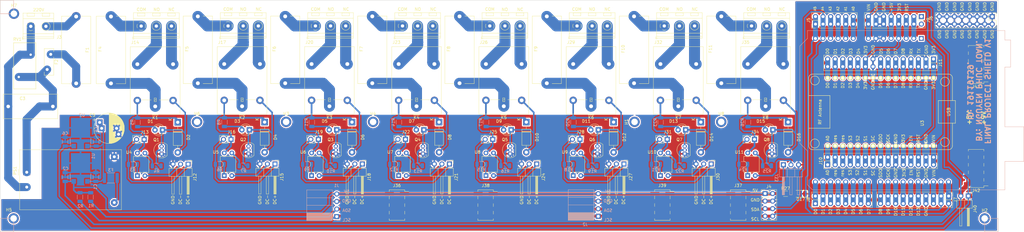
<source format=kicad_pcb>
(kicad_pcb (version 20211014) (generator pcbnew)
  (layers (0 "F.Cu" signal) (31 "B.Cu" signal) (34 "B.Paste" user) (35 "F.Paste" user) (36 "B.SilkS" user "B.Silkscreen") (37 "F.SilkS" user "F.Silkscreen") (38 "B.Mask" user) (39 "F.Mask" user) (44 "Edge.Cuts" user))
  (net 0 "")
  (net 2 "GND")
  (net 3 "+9V")
  (net 4 "/A0")
  (net 5 "/A1")
  (net 6 "/A2")
  (net 7 "/A3")
  (net 8 "SCL")
  (net 9 "+12V")
  (net 10 "Net-(C3-Pad1)")
  (net 11 "AC{slash}N")
  (net 12 "Net-(D1-Pad1)")
  (net 13 "Net-(D1-Pad2)")
  (net 14 "Net-(D3-Pad1)")
  (net 15 "Net-(D3-Pad2)")
  (net 16 "Net-(D13-Pad2)")
  (net 17 "Net-(D9-Pad2)")
  (net 18 "Net-(D10-Pad2)")
  (net 19 "Net-(D11-Pad1)")
  (net 20 "Net-(D11-Pad2)")
  (net 21 "AC{slash}L")
  (net 22 "Net-(F1-Pad2)")
  (net 23 "Net-(F4-Pad2)")
  (net 24 "Net-(F5-Pad2)")
  (net 25 "Net-(F7-Pad2)")
  (net 26 "Net-(F8-Pad2)")
  (net 27 "Net-(F9-Pad2)")
  (net 28 "Net-(F10-Pad2)")
  (net 29 "R1_DC+")
  (net 30 "R2_DC+")
  (net 31 "R3_DC+")
  (net 32 "R4_DC+")
  (net 33 "R5_DC+")
  (net 34 "R7_DC+")
  (net 35 "R6_DC+")
  (net 36 "R8_DC+")
  (net 37 "R1_DC-")
  (net 38 "R2_DC-")
  (net 39 "R3_DC-")
  (net 40 "R4_DC-")
  (net 41 "R5_DC-")
  (net 42 "R6_DC-")
  (net 43 "R7_DC-")
  (net 44 "R8_DC-")
  (net 45 "Net-(Q1-Pad2)")
  (net 46 "Net-(Q2-Pad2)")
  (net 47 "Net-(Q3-Pad2)")
  (net 48 "Net-(Q4-Pad2)")
  (net 49 "Net-(Q5-Pad2)")
  (net 50 "Net-(Q6-Pad2)")
  (net 51 "Net-(Q7-Pad2)")
  (net 52 "Net-(Q8-Pad2)")
  (net 53 "/Relay_Block_1/JD_VCC")
  (net 54 "/Relay_Block_2/JD_VCC")
  (net 55 "Net-(D5-Pad1)")
  (net 56 "Net-(D5-Pad2)")
  (net 57 "/IOREF")
  (net 58 "/Relay_Block_3/JD_VCC")
  (net 59 "Net-(D7-Pad1)")
  (net 60 "Net-(D7-Pad2)")
  (net 61 "/Relay_Block_4/JD_VCC")
  (net 62 "/Relay_Block_8/JD_VCC")
  (net 63 "/Relay_Block_7/JD_VCC")
  (net 64 "Net-(D13-Pad1)")
  (net 65 "/Relay_Block_6/JD_VCC")
  (net 66 "Net-(D15-Pad1)")
  (net 67 "Net-(D15-Pad2)")
  (net 68 "/Relay_Block_5/JD_VCC")
  (net 69 "Net-(F3-Pad1)")
  (net 70 "Net-(F6-Pad2)")
  (net 71 "Net-(F11-Pad2)")
  (net 72 "/RST")
  (net 73 "/3V3")
  (net 74 "/D0")
  (net 75 "/D1")
  (net 76 "/D2")
  (net 77 "/D3")
  (net 78 "/D4")
  (net 79 "/D5")
  (net 80 "/D6")
  (net 81 "/D7")
  (net 82 "/D8")
  (net 83 "/D9")
  (net 84 "/D10")
  (net 85 "/D11")
  (net 86 "/D12")
  (net 87 "/D13")
  (net 88 "/30")
  (net 89 "/ESP1")
  (net 90 "/ESP2")
  (net 91 "/ESP3")
  (net 92 "/ESP4")
  (net 93 "/ESP5")
  (net 94 "/ESP6")
  (net 95 "/ESP7")
  (net 96 "/ESP8")
  (net 97 "/ESP9")
  (net 98 "/ESP12")
  (net 99 "/ESP13")
  (net 100 "/ESP18")
  (net 101 "/ESP19")
  (net 102 "/ESP20")
  (net 103 "/ESP21")
  (net 104 "/ESP22")
  (net 105 "/ESP23")
  (net 106 "/ESP26")
  (net 107 "/ESP27")
  (net 108 "/ESP28")
  (net 109 "/ESP29")
  (net 110 "/ESP30")
  (net 111 "+5V")
  (net 112 "SDA")
  (net 114 "Net-(R3-Pad2)")
  (net 115 "Net-(R4-Pad1)")
  (net 116 "Net-(R6-Pad2)")
  (net 117 "Net-(R7-Pad1)")
  (net 118 "Net-(R9-Pad2)")
  (net 119 "Net-(R10-Pad1)")
  (net 120 "Net-(R12-Pad2)")
  (net 121 "Net-(R13-Pad1)")
  (net 122 "Net-(R15-Pad2)")
  (net 123 "Net-(R16-Pad1)")
  (net 124 "Net-(R18-Pad2)")
  (net 125 "Net-(R19-Pad1)")
  (net 126 "Net-(R21-Pad2)")
  (net 127 "Net-(R22-Pad1)")
  (net 128 "Net-(R24-Pad2)")
  (net 129 "Net-(R25-Pad1)")
  (net 130 "Net-(F4-Pad1)")
  (net 131 "Net-(F5-Pad1)")
  (net 132 "Net-(F6-Pad1)")
  (net 133 "Net-(F7-Pad1)")
  (net 134 "Net-(F8-Pad1)")
  (net 135 "Net-(F9-Pad1)")
  (net 136 "Net-(F10-Pad1)")
  (net 137 "Net-(F11-Pad1)")
  (net 139 "Net-(J14-Pad2)")
  (net 140 "Net-(J14-Pad3)")
  (net 141 "Net-(J17-Pad2)")
  (net 142 "Net-(J17-Pad3)")
  (net 151 "Net-(J20-Pad2)")
  (net 152 "Net-(J20-Pad3)")
  (net 153 "Net-(J23-Pad2)")
  (net 154 "Net-(J23-Pad3)")
  (net 155 "Net-(J26-Pad2)")
  (net 156 "Net-(J26-Pad3)")
  (net 157 "Net-(J29-Pad2)")
  (net 158 "Net-(J29-Pad3)")
  (net 159 "Net-(J32-Pad2)")
  (net 160 "Net-(J32-Pad3)")
  (net 161 "Net-(J35-Pad2)")
  (net 162 "Net-(J35-Pad3)")
  (net 163 "Net-(D17-Pad2)")
  (footprint "Fuse:Fuseholder_Cylinder-5x20mm_Schurter_0031_8201_Horizontal_Open" (layer "F.Cu") (at 97.354 45.997064 90)
    (fp_text reference "F5")
    (fp_text value "SB_Fuse")
  )
  (footprint "Package_DIP:DIP-4_W7.62mm" (layer "F.Cu") (at 281.997 77.075064 90)
    (fp_text reference "U11")
    (fp_text value "PC817")
  )
  (footprint "LED_SMD:LED_1206_3216Metric" (layer "F.Cu") (at 299.8 83.2 180)
    (fp_text reference "D17")
    (fp_text value "LED")
  )
  (footprint "Package_DIP:DIP-4_W7.62mm" (layer "F.Cu") (at 135.557 77.075064 90)
    (fp_text reference "U6")
    (fp_text value "PC817")
  )
  (footprint "Diode_THT:D_DO-41_SOD81_P10.16mm_Horizontal" (layer "F.Cu") (at 295.552 59.075064 -90)
    (fp_text reference "D16")
    (fp_text value "1N5819")
  )
  (footprint "Relay_THT:Relay_SPDT_Omron-G5LE-1" (layer "F.Cu") (at 141.547 53.742564 180)
    (fp_text reference "K3")
    (fp_text value "G5LE-1")
  )
  (footprint "MountingHole:MountingHole_2.2mm_M2_ISO7380_Pad" (layer "F.Cu") (at 361.55 91.5)
    (fp_text reference "H2")
    (fp_text value "MountingHole_Pad")
  )
  (footprint "Package_TO_SOT_THT:TO-92_Inline" (layer "F.Cu") (at 172.932 69.745064 90)
    (fp_text reference "Q4")
    (fp_text value "2N3904")
  )
  (footprint "Diode_THT:D_DO-41_SOD81_P10.16mm_Horizontal" (layer "F.Cu") (at 266.252 59.075064 -90)
    (fp_text reference "D14")
    (fp_text value "1N5819")
  )
  (footprint "TerminalBlock_RND:TerminalBlock_RND_205-00233_1x03_P5.08mm_Horizontal" (layer "F.Cu") (at 78.339 26.768)
    (fp_text reference "J14")
    (fp_text value "Screw_Terminal_01x03")
  )
  (footprint "Diode_THT:D_DO-41_SOD81_P10.16mm_Horizontal" (layer "F.Cu") (at 119.778 59.075064 -90)
    (fp_text reference "D4")
    (fp_text value "1N5819")
  )
  (footprint "Diode_THT:D_DO-41_SOD81_P10.16mm_Horizontal" (layer "F.Cu") (at 207.652 59.075064 -90)
    (fp_text reference "D10")
    (fp_text value "1N5819")
  )
  (footprint "Connector_PinHeader_2.54mm:PinHeader_2x08_P2.54mm_Vertical" (layer "F.Cu") (at 340.3128 23.5572 -90)
    (fp_text reference "J9")
    (fp_text value "Conn_02x08_Odd_Even")
  )
  (footprint "Connector_PinHeader_2.54mm:PinHeader_2x06_P2.54mm_Vertical" (layer "F.Cu") (at 304.7528 26.1022 90)
    (fp_text reference "J5")
    (fp_text value "Conn_02x06_Odd_Even")
  )
  (footprint "MountingHole:MountingHole_2.2mm_M2_ISO7380_Pad" (layer "F.Cu") (at 156.2 59)
    (fp_text reference "H4")
    (fp_text value "MountingHole_Pad")
  )
  (footprint "TerminalBlock_RND:TerminalBlock_RND_205-00233_1x03_P5.08mm_Horizontal" (layer "F.Cu") (at 283.283 26.715064)
    (fp_text reference "J35")
    (fp_text value "Screw_Terminal_01x03")
  )
  (footprint "Connector_PinHeader_2.54mm:PinHeader_1x03_P2.54mm_Horizontal" (layer "F.Cu") (at 269.736 73.169064 -90)
    (fp_text reference "J30")
    (fp_text value "Conn_01x03")
  )
  (footprint "Resistor_SMD:R_1206_3216Metric" (layer "F.Cu") (at 294.7 83.2)
    (fp_text reference "R27")
    (fp_text value "330R")
  )
  (footprint "LED_THT:LED_D3.0mm" (layer "F.Cu") (at 144.017 61.675064 180)
    (fp_text reference "D5")
    (fp_text value "LED")
  )
  (footprint "Connector_PinHeader_2.54mm:PinHeader_1x02_P2.54mm_Horizontal" (layer "F.Cu") (at 356.075 83.9284 -90)
    (fp_text reference "J40")
    (fp_text value "Conn_01x02_Female")
  )
  (footprint "Capacitor_THT:CP_Radial_D10.0mm_P5.00mm_P7.50mm" (layer "F.Cu") (at 65.062646 61.168)
    (fp_text reference "C5")
    (fp_text value "220uF")
  )
  (footprint "Diode_THT:D_DO-41_SOD81_P10.16mm_Horizontal" (layer "F.Cu") (at 149.112 59.075064 -90)
    (fp_text reference "D6")
    (fp_text value "1N5819")
  )
  (footprint "Relay_THT:Relay_SPDT_Omron-G5LE-1" (layer "F.Cu") (at 287.987 53.742564 180)
    (fp_text reference "K8")
    (fp_text value "G5LE-1")
  )
  (footprint "Package_TO_SOT_THT:TO-92_Inline" (layer "F.Cu") (at 290.132 69.745064 90)
    (fp_text reference "Q8")
    (fp_text value "2N3904")
  )
  (footprint "Diode_THT:D_DO-41_SOD81_P10.16mm_Horizontal" (layer "F.Cu") (at 236.952 59.075064 -90)
    (fp_text reference "D12")
    (fp_text value "1N5819")
  )
  (footprint "Connector_PinHeader_2.54mm:PinHeader_2x15_P2.54mm_Vertical" (layer "F.Cu") (at 308.826788 73.425 90)
    (fp_text reference "J10")
    (fp_text value "Conn_02x15_Odd_Even")
  )
  (footprint "Package_TO_SOT_THT:TO-92_Inline" (layer "F.Cu") (at 85.188 69.798 90)
    (fp_text reference "Q1")
    (fp_text value "2N3904")
  )
  (footprint "Connector_PinHeader_2.54mm:PinHeader_1x03_P2.54mm_Horizontal" (layer "F.Cu") (at 211.136 73.169064 -90)
    (fp_text reference "J24")
    (fp_text value "Conn_01x03")
  )
  (footprint "Package_TO_SOT_THT:TO-92_Inline" (layer "F.Cu") (at 202.232 69.745064 90)
    (fp_text reference "Q5")
    (fp_text value "2N3904")
  )
  (footprint "Fuse:Fuseholder_Cylinder-5x20mm_Schurter_0031_8201_Horizontal_Open" (layer "F.Cu") (at 126.688 45.997064 90)
    (fp_text reference "F6")
    (fp_text value "SB_Fuse")
  )
  (footprint "Fuse:Fuseholder_Cylinder-5x20mm_Schurter_0031_8201_Horizontal_Open" (layer "F.Cu") (at 243.828 45.997064 90)
    (fp_text reference "F10")
    (fp_text value "SB_Fuse")
  )
  (footprint "Fuse:Fuseholder_Cylinder-5x20mm_Schurter_0031_8201_Horizontal_Open" (layer "F.Cu") (at 56.5 23.55 -90)
    (fp_text reference "F1")
    (fp_text value "SB_Fuse")
  )
  (footprint "Connector_PinHeader_2.54mm:PinHeader_2x05_P2.54mm_Vertical_SMD" (layer "F.Cu") (at 358.7 39.7 180)
    (fp_text reference "J41")
    (fp_text value "Conn_02x05_Odd_Even")
  )
  (footprint "Connector_PinSocket_2.54mm:PinSocket_2x04_P2.54mm_Vertical_SMD" (layer "F.Cu") (at 194 87)
    (fp_text reference "J38")
    (fp_text value "Conn_02x04_Odd_Even")
  )
  (footprint "TerminalBlock_RND:TerminalBlock_RND_205-00233_1x03_P5.08mm_Horizontal" (layer "F.Cu") (at 107.509 26.715064)
    (fp_text reference "J17")
    (fp_text value "Screw_Terminal_01x03")
  )
  (footprint "Fuse:Fuse_Bourns_MF-RHT300" (layer "F.Cu") (at 47.958 36.273 -90)
    (fp_text reference "F2")
    (fp_text value "Fuse_(73dgr)")
  )
  (footprint "Connector_PinHeader_2.54mm:PinHeader_1x03_P2.54mm_Horizontal" (layer "F.Cu") (at 181.836 73.169064 -90)
    (fp_text reference "J21")
    (fp_text value "Conn_01x03")
  )
  (footprint "LED_THT:LED_D3.0mm" (layer "F.Cu") (at 261.157 61.675064 180)
    (fp_text reference "D13")
    (fp_text value "LED")
  )
  (footprint "TerminalBlock_RND:TerminalBlock_RND_205-00232_1x02_P5.08mm_Horizontal" (layer "F.Cu") (at 41.26 26.847)
    (fp_text reference "J3")
    (fp_text value "Screw_Terminal_01x02")
  )
  (footprint "Relay_THT:Relay_SPDT_Omron-G5LE-1" (layer "F.Cu") (at 170.787 53.742564 180)
    (fp_text reference "K4")
    (fp_text value "G5LE-1")
  )
  (footprint "Connector_PinSocket_2.54mm:PinSocket_2x04_P2.54mm_Vertical_SMD" (layer "F.Cu") (at 253.32 86.97)
    (fp_text reference "J39")
    (fp_text value "Conn_02x04_Odd_Even")
  )
  (footprint "Converter_ACDC:Converter_ACDC_HiLink_HLK-PMxx" (layer "F.Cu") (at 39.9055 75.948)
    (fp_text reference "PS1")
    (fp_text value "HLK-5M12")
  )
  (footprint "TerminalBlock_RND:TerminalBlock_RND_205-00233_1x03_P5.08mm_Horizontal" (layer "F.Cu") (at 166.083 26.715064)
    (fp_text reference "J23")
    (fp_text value "Screw_Terminal_01x03")
  )
  (footprint "Connector_PinSocket_2.54mm:PinSocket_2x04_P2.54mm_Vertical_SMD" (layer "F.Cu") (at 278.8 87)
    (fp_text reference "J37")
    (fp_text value "Conn_02x04_Odd_Even")
  )
  (footprint "Package_TO_SOT_THT:TO-92_Inline" (layer "F.Cu") (at 143.692 69.745064 90)
    (fp_text reference "Q3")
    (fp_text value "2N3904")
  )
  (footprint "Connector_PinHeader_2.54mm:PinHeader_1x02_P2.54mm_Vertical" (layer "F.Cu") (at 196.372 64.875064 -90)
    (fp_text reference "J25")
    (fp_text value "Conn_01x02")
  )
  (footprint "Package_DIP:DIP-4_W7.62mm" (layer "F.Cu") (at 194.097 77.075064 90)
    (fp_text reference "U8")
    (fp_text value "PC817")
  )
  (footprint "LED_THT:LED_D3.0mm" (layer "F.Cu") (at 202.557 61.675064 180)
    (fp_text reference "D9")
    (fp_text value "LED")
  )
  (footprint "MountingHole:MountingHole_2.2mm_M2_ISO7380_Pad" (layer "F.Cu") (at 97.1 59)
    (fp_text reference "H6")
    (fp_text value "MountingHole_Pad")
  )
  (footprint "Diode_THT:D_DO-41_SOD81_P10.16mm_Horizontal" (layer "F.Cu") (at 178.352 59.075064 -90)
    (fp_text reference "D8")
    (fp_text value "1N5819")
  )
  (footprint "Package_DIP:DIP-4_W7.62mm" (layer "F.Cu") (at 77.053 77.128 90)
    (fp_text reference "U4")
    (fp_text value "PC817")
  )
  (footprint "TerminalBlock_RND:TerminalBlock_RND_205-00233_1x03_P5.08mm_Horizontal" (layer "F.Cu") (at 253.983 26.715064)
    (fp_text reference "J32")
    (fp_text value "Screw_Terminal_01x03")
  )
  (footprint "Package_DIP:DIP-4_W7.62mm" (layer "F.Cu") (at 106.223 77.075064 90)
    (fp_text reference "U5")
    (fp_text value "PC817")
  )
  (footprint "Connector_PinHeader_2.54mm:PinHeader_1x02_P2.54mm_Vertical" (layer "F.Cu") (at 137.832 64.875064 -90)
    (fp_text reference "J19")
    (fp_text value "Conn_01x02")
  )
  (footprint "Package_TO_SOT_THT:TO-92_Inline" (layer "F.Cu") (at 114.358 69.745064 90)
    (fp_text reference "Q2")
    (fp_text value "2N3904")
  )
  (footprint "Package_DIP:DIP-4_W7.62mm" (layer "F.Cu") (at 223.397 77.075064 90)
    (fp_text reference "U9")
    (fp_text value "PC817")
  )
  (footprint "Relay_THT:Relay_SPDT_Omron-G5LE-1" (layer "F.Cu") (at 112.213 53.742564 180)
    (fp_text reference "K2")
    (fp_text value "G5LE-1")
  )
  (footprint "Fuse:Fuseholder_Cylinder-5x20mm_Schurter_0031_8201_Horizontal_Open" (layer "F.Cu") (at 155.928 45.997064 90)
    (fp_text reference "F7")
    (fp_text value "SB_Fuse")
  )
  (footprint "Connector_PinHeader_2.54mm:PinHeader_2x10_P2.54mm_Vertical" (layer "F.Cu") (at 349.4518 83.9534 -90)
    (fp_text reference "J7")
    (fp_text value "Conn_02x10_Odd_Even")
  )
  (footprint "Connector_PinHeader_2.54mm:PinHeader_1x02_P2.54mm_Vertical" (layer "F.Cu") (at 108.498 64.875064 -90)
    (fp_text reference "J16")
    (fp_text value "Conn_01x02")
  )
  (footprint "TerminalBlock_RND:TerminalBlock_RND_205-00233_1x03_P5.08mm_Horizontal" (layer "F.Cu") (at 195.383 26.715064)
    (fp_text reference "J26")
    (fp_text value "Screw_Terminal_01x03")
  )
  (footprint "Connector_PinHeader_2.54mm:PinHeader_1x02_P2.54mm_Vertical" (layer "F.Cu") (at 225.672 64.875064 -90)
    (fp_text reference "J28")
    (fp_text value "Conn_01x02")
  )
  (footprint "Relay_THT:Relay_SPDT_Omron-G5LE-1" (layer "F.Cu") (at 200.087 53.742564 180)
    (fp_text reference "K5")
    (fp_text value "G5LE-1")
  )
  (footprint "Package_DIP:DIP-4_W7.62mm" (layer "F.Cu") (at 164.797 77.075064 90)
    (fp_text reference "U7")
    (fp_text value "PC817")
  )
  (footprint "Connector_PinSocket_2.54mm:PinSocket_2x04_P2.54mm_Vertical_SMD" (layer "F.Cu") (at 164.2 87)
    (fp_text reference "J36")
    (fp_text value "Conn_02x04_Odd_Even")
  )
  (footprint "Connector_PinHeader_2.54mm:PinHeader_1x02_P2.54mm_Vertical" (layer "F.Cu") (at 79.328 64.928 -90)
    (fp_text reference "J13")
    (fp_text value "Conn_01x02")
  )
  (footprint "Package_DIP:DIP-4_W7.62mm" (layer "F.Cu") (at 252.697 77.075064 90)
    (fp_text reference "U10")
    (fp_text value "PC817")
  )
  (footprint "Diode_THT:D_DO-41_SOD81_P10.16mm_Horizontal" (layer "F.Cu") (at 90.608 59.128 -90)
    (fp_text reference "D2")
    (fp_text value "1N5819")
  )
  (footprint "Connector_PinHeader_2.54mm:PinHeader_1x03_P2.54mm_Horizontal" (layer "F.Cu") (at 123.262 73.169064 -90)
    (fp_text reference "J15")
    (fp_text value "Conn_01x03")
  )
  (footprint "Varistor:RV_Disc_D15.5mm_W7.5mm_P7.5mm" (layer "F.Cu") (at 37.228 43.893 90)
    (fp_text reference "RV1")
    (fp_text value "Varistor")
  )
  (footprint "LED_THT:LED_D3.0mm" (layer "F.Cu") (at 290.457 61.675064 180)
    (fp_text reference "D15")
    (fp_text value "LED")
  )
  (footprint "Capacitor_THT:C_Rect_L18.0mm_W8.0mm_P15.00mm_FKS3_FKP3" (layer "F.Cu") (at 48.6815 53.812 180)
    (fp_text reference "C3")
    (fp_text value "0.1uF")
  )
  (footprint "TerminalBlock_RND:TerminalBlock_RND_205-00233_1x03_P5.08mm_Horizontal" (layer "F.Cu") (at 136.843 26.715064)
    (fp_text reference "J20")
    (fp_text value "Screw_Terminal_01x03")
  )
  (footprint "LED_THT:LED_D3.0mm" (layer "F.Cu") (at 85.513 61.728 180)
    (fp_text reference "D1")
    (fp_text value "LED")
  )
  (footprint "Package_TO_SOT_THT:TO-92_Inline" (layer "F.Cu") (at 231.532 69.745064 90)
    (fp_text reference "Q6")
    (fp_text value "2N3904")
  )
  (footprint "Connector_PinHeader_2.54mm:PinHeader_1x03_P2.54mm_Horizontal" (layer "F.Cu") (at 240.436 73.169064 -90)
    (fp_text reference "J27")
    (fp_text value "Conn_01x03")
  )
  (footprint "MountingHole:MountingHole_2.2mm_M2_ISO7380_Pad" (layer "F.Cu") (at 127 59)
    (fp_text reference "H3")
    (fp_text value "MountingHole_Pad")
  )
  (footprint "Connector_PinHeader_2.54mm:PinHeader_2x05_P2.54mm_Vertical_SMD" (layer "F.Cu") (at 358.7 74.7 180)
    (fp_text reference "J42")
    (fp_text value "Conn_02x05_Odd_Even")
  )
  (footprint "TerminalBlock_RND:TerminalBlock_RND_205-00233_1x03_P5.08mm_Horizontal" (layer "F.Cu") (at 224.683 26.715064)
    (fp_text reference "J29")
    (fp_text value "Screw_Terminal_01x03")
  )
  (footprint "LED_THT:LED_D3.0mm" (layer "F.Cu") (at 114.683 61.675064 180)
    (fp_text reference "D3")
    (fp_text value "LED")
  )
  (footprint "Connector_PinHeader_2.54mm:PinHeader_2x08_P2.54mm_Vertical" (layer "F.Cu") (at 364.1 23.56 -90)
    (fp_text reference "J6")
    (fp_text value "Conn_02x08_Odd_Even")
  )
  (footprint "Connector_PinHeader_2.54mm:PinHeader_2x15_P2.54mm_Vertical" (layer "F.Cu") (at 344.386788 37.865 -90)
    (fp_text reference "J11")
    (fp_text value "Conn_02x15_Odd_Even")
  )
  (footprint "NodeMCU_Esp8266:NodeMCU1.0(12-E)_SHIELD" (layer "F.Cu") (at 308.826788 67.07 90)
    (fp_text reference "U3")
    (fp_text value "NodeMCU_ESP8266")
  )
  (footprint "Connector_PinHeader_2.54mm:PinHeader_2x04_P2.54mm_Vertical" (layer "F.Cu") (at 287.8278 83.1188)
    (fp_text reference "J4")
    (fp_text value "Conn_02x04_Odd_Even")
  )
  (footprint "Relay_THT:Relay_SPDT_Omron-G5LE-1" (layer "F.Cu") (at 83.043 53.7955 180)
    (fp_text reference "K1")
    (fp_text value "G5LE-1")
  )
  (footprint "Connector_PinHeader_2.54mm:PinHeader_1x03_P2.54mm_Horizontal" (layer "F.Cu") (at 152.596 73.169064 -90)
    (fp_text reference "J18")
    (fp_text value "Conn_01x03")
  )
  (footprint "Relay_THT:Relay_SPDT_Omron-G5LE-1" (layer "F.Cu") (at 258.687 53.742564 180)
    (fp_text reference "K7")
    (fp_text value "G5LE-1")
  )
  (footprint "MountingHole:MountingHole_2.2mm_M2_ISO7380_Pad" (layer "F.Cu") (at 35.6 22.6)
    (fp_text reference "H7")
    (fp_text value "MountingHole_Pad")
  )
  (footprint "Fuse:Fuseholder_Cylinder-5x20mm_Schurter_0031_8201_Horizontal_Open" (layer "F.Cu") (at 214.528 45.997064 90)
    (fp_text reference "F9")
    (fp_text value "SB_Fuse")
  )
  (footprint "MountingHole:MountingHole_2.2mm_M2_ISO7380_Pad" (layer "F.Cu") (at 273.1 59)
    (fp_text reference "H8")
    (fp_text value "MountingHole_Pad")
  )
  (footprint "Fuse:Fuseholder_Cylinder-5x20mm_Schurter_0031_8201_Horizontal_Open" (layer "F.Cu") (at 185.228 45.997064 90)
    (fp_text reference "F8")
    (fp_text value "SB_Fuse")
  )
  (footprint "Package_TO_SOT_THT:TO-92_Inline" (layer "F.Cu") (at 260.832 69.745064 90)
    (fp_text reference "Q7")
    (fp_text value "2N3904")
  )
  (footprint "LED_THT:LED_D3.0mm" (layer "F.Cu") (at 231.857 61.675064 180)
    (fp_text reference "D11")
    (fp_text value "LED")
  )
  (footprint "LED_THT:LED_D3.0mm" (layer "F.Cu") (at 173.257 61.675064 180)
    (fp_text reference "D7")
    (fp_text value "LED")
  )
  (footprint "Connector_PinHeader_2.54mm:PinHeader_1x02_P2.54mm_Vertical" (layer "F.Cu") (at 167.072 64.875064 -90)
    (fp_text reference "J22")
    (fp_text value "Conn_01x02")
  )
  (footprint "MountingHole:MountingHole_2.2mm_M2_ISO7380_Pad" (layer "F.Cu") (at 244 59 90)
    (fp_text reference "H1")
    (fp_text value "MountingHole_Pad")
  )
  (footprint "Fuse:Fuseholder_Cylinder-5x20mm_Schurter_0031_8201_Horizontal_Open" (layer "F.Cu") (at 273.128 45.997064 90)
    (fp_text reference "F11")
    (fp_text value "SB_Fuse")
  )
  (footprint "Connector_PinHeader_2.54mm:PinHeader_2x08_P2.54mm_Vertical" (layer "F.Cu") (at 304.717 86.5034 90)
    (fp_text reference "J8")
    (fp_text value "Conn_02x08_Odd_Even")
  )
  (footprint "Fuse:Fuseholder_Cylinder-5x20mm_Schurter_0031_8201_Horizontal_Open" (layer "F.Cu") (at 68.184 46.05 90)
    (fp_text reference "F4")
    (fp_text value "SB_Fuse")
  )
  (footprint "MountingHole:MountingHole_2.2mm_M2_ISO7380_Pad" (layer "F.Cu") (at 35.5 91.5)
    (fp_text reference "H5")
    (fp_text value "MountingHole_Pad")
  )
  (footprint "Connector_PinHeader_2.54mm:PinHeader_1x02_P2.54mm_Vertical" (layer "F.Cu") (at 254.972 64.875064 -90)
    (fp_text reference "J31")
    (fp_text value "Conn_01x02")
  )
  (footprint "Connector_PinHeader_2.54mm:PinHeader_1x03_P2.54mm_Horizontal" (layer "F.Cu") (at 94.092 73.222 -90)
    (fp_text reference "J12")
    (fp_text value "Conn_01x03")
  )
  (footprint "Relay_THT:Relay_SPDT_Omron-G5LE-1" (layer "F.Cu") (at 229.387 53.742564 180)
    (fp_text reference "K6")
    (fp_text value "G5LE-1")
  )
  (footprint "Connector_PinHeader_2.54mm:PinHeader_1x02_P2.54mm_Vertical" (layer "F.Cu") (at 284.272 64.875064 -90)
    (fp_text reference "J34")
    (fp_text value "Conn_01x02")
  )
  (footprint "Resistor_SMD:R_1206_3216Metric" (layer "B.Cu") (at 57.8 84.3 -90)
    (fp_text reference "R2")
    (fp_text value "4.7K")
  )
  (footprint "Module:Arduino_UNO_R3_SHIELD" (layer "B.Cu") (at 340.2874 30.9232 180)
    (fp_text reference "A1")
    (fp_text value "Arduino_UNO_1_R3")
  )
  (footprint "Resistor_SMD:R_1206_3216Metric" (layer "B.Cu") (at 83.528 73.828)
    (fp_text reference "R4")
    (fp_text value "470R")
  )
  (footprint "Resistor_SMD:R_1206_3216Metric" (layer "B.Cu") (at 164.872 59.095064 -90)
    (fp_text reference "R14")
    (fp_text value "330R")
  )
  (footprint "Resistor_SMD:R_1206_3216Metric" (layer "B.Cu") (at 134.032 73.275064)
    (fp_text reference "R9")
    (fp_text value "100R")
  )
  (footprint "Resistor_SMD:R_1206_3216Metric" (layer "B.Cu") (at 77.128 59.148 -90)
    (fp_text reference "R5")
    (fp_text value "330R")
  )
  (footprint "Resistor_SMD:R_1206_3216Metric" (layer "B.Cu") (at 251.172 73.275064)
    (fp_text reference "R21")
    (fp_text value "100R")
  )
  (footprint "Resistor_SMD:R_1206_3216Metric" (layer "B.Cu") (at 112.698 73.775064)
    (fp_text reference "R7")
    (fp_text value "470R")
  )
  (footprint "Resistor_SMD:R_1206_3216Metric" (layer "B.Cu") (at 282.072 59.095064 -90)
    (fp_text reference "R26")
    (fp_text value "330R")
  )
  (footprint "Connector_PinHeader_2.54mm:PinHeader_1x03_P2.54mm_Horizontal" (layer "B.Cu") (at 293.975 73.425 -90)
    (fp_text reference "J33")
    (fp_text value "Conn_01x03")
  )
  (footprint "Resistor_SMD:R_1206_3216Metric" (layer "B.Cu") (at 171.272 73.775064)
    (fp_text reference "R13")
    (fp_text value "470R")
  )
  (footprint "Capacitor_SMD:C_1206_3216Metric" (layer "B.Cu") (at 52.814 77.539 90)
    (fp_text reference "C2")
    (fp_text value "100nF")
  )
  (footprint "Resistor_SMD:R_1206_3216Metric" (layer "B.Cu") (at 252.772 59.095064 -90)
    (fp_text reference "R23")
    (fp_text value "330R")
  )
  (footprint "Connector_PinSocket_2.54mm:PinSocket_1x04_P2.54mm_Horizontal" (layer "B.Cu") (at 231.8004 90.7796)
    (fp_text reference "J2")
    (fp_text value "Conn_01x04_Female")
  )
  (footprint "Resistor_SMD:R_1206_3216Metric" (layer "B.Cu") (at 106.298 59.095064 -90)
    (fp_text reference "R8")
    (fp_text value "330R")
  )
  (footprint "Resistor_SMD:R_1206_3216Metric" (layer "B.Cu") (at 194.172 59.095064 -90)
    (fp_text reference "R17")
    (fp_text value "330R")
  )
  (footprint "Capacitor_SMD:C_1206_3216Metric" (layer "B.Cu") (at 52.814 65.668 90)
    (fp_text reference "C6")
    (fp_text value "100nF")
  )
  (footprint "Resistor_SMD:R_1206_3216Metric" (layer "B.Cu") (at 135.632 59.095064 -90)
    (fp_text reference "R11")
    (fp_text value "330R")
  )
  (footprint "Resistor_SMD:R_1206_3216Metric" (layer "B.Cu") (at 75.528 73.328)
    (fp_text reference "R3")
    (fp_text value "100R")
  )
  (footprint "Fuse:Fuse_1812_4532Metric" (layer "B.Cu") (at 68.128 77.868 180)
    (fp_text reference "F3")
    (fp_text value "13V 0.75A")
  )
  (footprint "Resistor_SMD:R_1206_3216Metric" (layer "B.Cu") (at 229.872 73.775064)
    (fp_text reference "R19")
    (fp_text value "470R")
  )
  (footprint "Resistor_SMD:R_1206_3216Metric" (layer "B.Cu") (at 163.272 73.275064)
    (fp_text reference "R12")
    (fp_text value "100R")
  )
  (footprint "Connector_PinSocket_2.54mm:PinSocket_1x04_P2.54mm_Horizontal" (layer "B.Cu") (at 143.9984 90.8704)
    (fp_text reference "J1")
    (fp_text value "Conn_01x04_Female")
  )
  (footprint "Resistor_SMD:R_1206_3216Metric" (layer "B.Cu") (at 221.872 73.275064)
    (fp_text reference "R18")
    (fp_text value "100R")
  )
  (footprint "Resistor_SMD:R_1206_3216Metric" (layer "B.Cu") (at 104.698 73.275064)
    (fp_text reference "R6")
    (fp_text value "100R")
  )
  (footprint "Resistor_SMD:R_1206_3216Metric" (layer "B.Cu") (at 200.572 73.775064)
    (fp_text reference "R16")
    (fp_text value "470R")
  )
  (footprint "Resistor_SMD:R_1206_3216Metric" (layer "B.Cu") (at 142.032 73.775064)
    (fp_text reference "R10")
    (fp_text value "470R")
  )
  (footprint "Resistor_SMD:R_1206_3216Metric" (layer "B.Cu") (at 192.572 73.275064)
    (fp_text reference "R15")
    (fp_text value "100R")
  )
  (footprint "Resistor_SMD:R_1206_3216Metric" (layer "B.Cu") (at 61.363 84.3 -90)
    (fp_text reference "R1")
    (fp_text value "4.7K")
  )
  (footprint "Capacitor_SMD:C_1206_3216Metric" (layer "B.Cu") (at 63.101 77.539 90)
    (fp_text reference "C1")
    (fp_text value "330nF")
  )
  (footprint "Resistor_SMD:R_1206_3216Metric" (layer "B.Cu") (at 259.172 73.775064)
    (fp_text reference "R22")
    (fp_text value "470R")
  )
  (footprint "Resistor_SMD:R_1206_3216Metric" (layer "B.Cu") (at 280.472 73.275064)
    (fp_text reference "R24")
    (fp_text value "100R")
  )
  (footprint "Resistor_SMD:R_1206_3216Metric" (layer "B.Cu") (at 288.472 73.775064)
    (fp_text reference "R25")
    (fp_text value "470R")
  )
  (footprint "Capacitor_SMD:C_1206_3216Metric" (layer "B.Cu") (at 63.228 65.668 90)
    (fp_text reference "C4")
    (fp_text value "330nF")
  )
  (footprint "Package_TO_SOT_SMD:ATPAK-2" (layer "B.Cu") (at 57.972 74.668 90)
    (fp_text reference "U1")
    (fp_text value "L7805")
  )
  (footprint "Resistor_SMD:R_1206_3216Metric" (layer "B.Cu") (at 223.472 59.095064 -90)
    (fp_text reference "R20")
    (fp_text value "330R")
  )
  (footprint "Package_TO_SOT_SMD:ATPAK-2" (layer "B.Cu") (at 57.972 62.797 90)
    (fp_text reference "U2")
    (fp_text value "L7809")
  )
  (gr_rect (start 31 96) (end 35.5 91.5) (layer "B.SilkS") (width 0.15) (fill none))
  (gr_rect (start 31 22.6) (end 35.5 18.1) (layer "B.SilkS") (width 0.15) (fill none))
  (gr_rect (start 361.55 96) (end 366.05 91.5) (layer "B.SilkS") (width 0.15) (fill none))
  (gr_rect (start 30.988 18.039) (end 366.0796 96) (layer "Edge.Cuts") (width 0.1) (fill none))
  (gr_text "5V\n\nGND\n\nSDA\n\nSCL" (at 235.1 87.2) (layer "B.SilkS") (effects (font (size 1 1)) (justify mirror)))
  (gr_text "5V\n\nGND\n\nSDA\n\nSCL" (at 147.3 87.2) (layer "B.SilkS") (effects (font (size 1 1)) (justify mirror)))
  (gr_text "FINAL PROJECT SHIELD V1\nBY: NGUYEN PHUC TOAN.\nID: 19119139." (at 359.604 48.6 270) (layer "B.SilkS") (effects (font (size 1.8 1.8) (thickness 0.375)) (justify mirror)))
  (gr_text "D2" (at 309.8 89.2 90) (layer "F.SilkS") (effects (font (size 1 1))))
  (gr_text "GND" (at 341.9 76.3 90) (layer "F.SilkS") (effects (font (size 1 1))))
  (gr_text "NC" (at 234.9 21.1) (layer "F.SilkS") (effects (font (size 1 1))))
  (gr_text "D3" (at 312.4 89.2 90) (layer "F.SilkS") (effects (font (size 1 1))))
  (gr_text "COM" (at 107.5 21.1) (layer "F.SilkS") (effects (font (size 1 1))))
  (gr_text "D6" (at 329.2 35.2 90) (layer "F.SilkS") (effects (font (size 1 1))))
  (gr_text "D0" (at 304.8 89.2 90) (layer "F.SilkS") (effects (font (size 1 1))))
  (gr_text "D1" (at 307.3 89.2 90) (layer "F.SilkS") (effects (font (size 1 1))))
  (gr_text "GND" (at 327.7 20.3 90) (layer "F.SilkS") (effects (font (size 1 1))))
  (gr_text "VIN" (at 344.5 76.3 90) (layer "F.SilkS") (effects (font (size 1 1))))
  (gr_text "DC+" (at 240.3 85.2 90) (layer "F.SilkS") (effects (font (size 1 1))))
  (gr_text "COM" (at 166.1 21.1) (layer "F.SilkS") (effects (font (size 1 1))))
  (gr_text "NC" (at 117.8 21.1) (layer "F.SilkS") (effects (font (size 1 1))))
  (gr_text "NC" (at 264.2 21.1) (layer "F.SilkS") (effects (font (size 1 1))))
  (gr_text "D5" (at 317.4 89.2 90) (layer "F.SilkS") (effects (font (size 1 1))))
  (gr_text "VIN" (at 322.6 20.5 90) (layer "F.SilkS") (effects (font (size 1 1))))
  (gr_text "NC" (at 293.5 21.1) (layer "F.SilkS") (effects (font (size 1 1))))
  (gr_text "NC" (at 176.4 21.1) (layer "F.SilkS") (effects (font (size 1 1))))
  (gr_text "COM" (at 253.9 21.1) (layer "F.SilkS") (effects (font (size 1 1))))
  (gr_text "GND" (at 89 85.3 90) (layer "F.SilkS") (effects (font (size 1 1))))
  (gr_text "A0" (at 308.8 76.1 90) (layer "F.SilkS") (effects (font (size 1 1))))
  (gr_text "GND" (at 235.3 85.3 90) (layer "F.SilkS") (effects (font (size 1 1))))
  (gr_text "RX" (at 336.9 35.2 90) (layer "F.SilkS") (effects (font (size 1 1))))
  (gr_text "RST" (at 335.4 20.5 90) (layer "F.SilkS") (effects (font (size 1 1))))
  (gr_text "DC-" (at 150 85.2 90) (layer "F.SilkS") (effects (font (size 1 1))))
  (gr_text "NO" (at 288.5 21.1) (layer "F.SilkS") (effects (font (size 1 1))))
  (gr_text "COM" (at 136.9 21.1) (layer "F.SilkS") (effects (font (size 1 1))))
  (gr_text "NO" (at 171.2 21.1) (layer "F.SilkS") (effects (font (size 1 1))))
  (gr_text "D8" (at 326.6 89.2 90) (layer "F.SilkS") (effects (font (size 1 1))))
  (gr_text "DC+" (at 181.8 85.2 90) (layer "F.SilkS") (effects (font (size 1 1))))
  (gr_text "NO" (at 259.1 21.1) (layer "F.SilkS") (effects (font (size 1 1))))
  (gr_text "GND" (at 351.5 20.2 90) (layer "F.SilkS") (effects (font (size 1 1))))
  (gr_text "S2" (at 318.8 76.1 90) (layer "F.SilkS") (effects (font (size 1 1))))
  (gr_text "S3" (at 316.4 76.1 90) (layer "F.SilkS") (effects (font (size 1 1))))
  (gr_text "GND" (at 346.3 20.2 90) (layer "F.SilkS") (effects (font (size 1 1))))
  (gr_text "SC" (at 324.1 76.2 90) (layer "F.SilkS") (effects (font (size 1 1))))
  (gr_text "DC-" (at 237.8 85.2 90) (layer "F.SilkS") (effects (font (size 1 1))))
  (gr_text "D6" (at 320 89.2 90) (layer "F.SilkS") (effects (font (size 1 1))))
  (gr_text "GND" (at 351.5 29.5 90) (layer "F.SilkS") (effects (font (size 1 1))))
  (gr_text "GND" (at 341.9 89.2 90) (layer "F.SilkS") (effects (font (size 1 1))))
  (gr_text "GND" (at 118.2 85.3 90) (layer "F.SilkS") (effects (font (size 1 1))))
  (gr_text "COM" (at 195.4 21.1) (layer "F.SilkS") (effects (font (size 1 1))))
  (gr_text "GND" (at 176.8 85.3 90) (layer "F.SilkS") (effects (font (size 1 1))))
  (gr_text "D7" (at 322.7 89.2 90) (layer "F.SilkS") (effects (font (size 1 1))))
  (gr_text "D10" (at 331.7 89.2 90) (layer "F.SilkS") (effects (font (size 1 1))))
  (gr_text "GND" (at 147.5 85.3 90) (layer "F.SilkS") (effects (font (size 1 1))))
  (gr_text "EN" (at 336.9 76.1 90) (layer "F.SilkS") (effects (font (size 1 1))))
  (gr_text "GND" (at 361.6 20.2 90) (layer "F.SilkS") (effects (font (size 1 1))))
  (gr_text "GND" (at 325.1 20.3 90) (layer "F.SilkS") (effects (font (size 1 1))))
  (gr_text "COM" (at 78.4 21.2) (layer "F.SilkS") (effects (font (size 1 1))))
  (gr_text "GND" (at 331.7 76.3 90) (layer "F.SilkS") (effects (font (size 1 1))))
  (gr_text "GND" (at 346.4 29.5 90) (layer "F.SilkS") (effects (font (size 1 1))))
  (gr_text "GND" (at 342 34.6 90) (layer "F.SilkS") (effects (font (size 1 1))))
  (gr_text "DC+" (at 94 85.2 90) (layer "F.SilkS") (effects (font (size 1 1))))
  (gr_text "+5V" (at 330.2 20.4 90) (layer "F.SilkS") (effects (font (size 1 1))))
  (gr_text "S1" (at 321.5 76.1 90) (layer "F.SilkS") (effects (font (size 1 1))))
  (gr_text "D3" (at 316.6 35.2 90) (layer "F.SilkS") (effects (font (size 1 1))))
  (gr_text "DC+" (at 211.1 85.2 90) (layer "F.SilkS") (effects (font (size 1 1))))
  (gr_text "GND" (at 361.6 29.5 90) (layer "F.SilkS") (effects (font (size 1 1))))
  (gr_text "GND" (at 364.1 29.5 90) (layer "F.SilkS") (effects (font (size 1 1))))
  (gr_text "D9" (at 329.2 89.2 90) (layer "F.SilkS") (effects (font (size 1 1))))
  (gr_text "NO" (at 112.6 21.1) (layer "F.SilkS") (effects (font (size 1 1))))
  (gr_text "DC-" (at 91.5 85.2 90) (layer "F.SilkS") (effects (font (size 1 1))))
  (gr_text "NO" (at 200.4 21.2) (layer "F.SilkS") (effects (font (size 1 1))))
  (gr_text "TX" (at 339.5 35.1 90) (layer "F.SilkS") (effects (font (size 1 1))))
  (gr_text "GND" (at 356.6 20.2 90) (layer "F.SilkS") (effects (font (size 1 1))))
  (gr_text "GND" (at 206.1 85.3 90) (layer "F.SilkS") (effects (font (size 1 1))))
  (gr_text "+5V\n\n+9V" (at 358.8 57.7 90) (layer "F.SilkS") (effects (font (size 1.5 1.5) (thickness 0.3))))
  (gr_text "D2" (at 314 35.2 90) (layer "F.SilkS") (effects (font (size 1 1))))
  (gr_text "D7" (at 331.7 35.2 90) (layer "F.SilkS") (effects (font (size 1 1))))
  (gr_text "DC-" (at 208.6 85.2 90) (layer "F.SilkS") (effects (font (size 1 1))))
  (gr_text "D4" (at 319.2 35.2 90) (layer "F.SilkS") (effects (font (size 1 1))))
  (gr_text "GND" (at 348.9 20.2 90) (layer "F.SilkS") (effects (font (size 1 1))))
  (gr_text "D0" (at 308.8 35.2 90) (layer "F.SilkS") (effects (font (size 1 1))))
  (gr_text "5V\n\nGND\n\nSDA\n\nSCL" (at 284.5 86.9) (layer "F.SilkS") (effects (font (size 1 1))))
  (gr_text "GND" (at 264.7 85.3 90) (layer "F.SilkS") (effects (font (size 1 1))))
  (gr_text "DC-" (at 267.2 85.2 90) (layer "F.SilkS") (effects (font (size 1 1))))
  (gr_text "NO" (at 83.5 21.2) (layer "F.SilkS") (effects (font (size 1 1))))
  (gr_text "SCK" (at 329.2 76.3 90) (layer "F.SilkS") (effects (font (size 1 1))))
  (gr_text "GND" (at 359 29.5 90) (layer "F.SilkS") (effects (font (size 1 1))))
  (gr_text "3V3" (at 344.4 34.7 90) (layer "F.SilkS") (effects (font (size 1 1))))
  (gr_text "D1" (at 311.4 35.2 90) (layer "F.SilkS") (effects (font (size 1 1))))
  (gr_text "3V3" (at 332.9 20.4 90) (layer "F.SilkS") (effects (font (size 1 1))))
  (gr_text "SDO" (at 326.6 76.3 90) (layer "F.SilkS") (effects (font (size 1 1))))
  (gr_text "D5" (at 326.8 35.2 90) (layer "F.SilkS") (effects (font (size 1 1))))
  (gr_text "DC+" (at 269.7 85.2 90) (layer "F.SilkS") (effects (font (size 1 1))))
  (gr_text "220V" (at 43.9 21.3) (layer "F.SilkS") (effects (font (size 1 1))))
  (gr_text "DC+" (at 152.5 85.2 90) (layer "F.SilkS") (effects (font (size 1 1))))
  (gr_text "DC+" (at 123.2 85.2 90) (layer "F.SilkS") (effects (font (size 1 1))))
  (gr_text "GND" (at 359.1 20.2 90) (layer "F.SilkS") (effects (font (size 1 1))))
  (gr_text "GND" (at 356.5 29.5 90) (layer "F.SilkS") (effects (font (size 1 1))))
  (gr_text "res" (at 313.8 76.3 90) (layer "F.SilkS") (effects (font (size 1 1))))
  (gr_text "COM" (at 224.6 21.1) (layer "F.SilkS") (effects (font (size 1 1))))
  (gr_text "D12" (at 336.8 89.2 90) (layer "F.SilkS") (effects (font (size 1 1))))
  (gr_text "GND" (at 354 29.5 90) (layer "F.SilkS") (effects (font (size 1 1))))
  (gr_text "NC" (at 147.1 21.1) (layer "F.SilkS") (effects (font (size 1 1))))
  (gr_text "NO" (at 229.7 21.1) (layer "F.SilkS") (effects (font (size 1 1))))
  (gr_text "D8" (at 334.2 35.2 90) (layer "F.SilkS") (effects (font (size 1 1))))
  (gr_text "3V3" (at 334.5 76.2 90) (layer "F.SilkS") (effects (font (size 1 1))))
  (gr_text "RST" (at 339.3 76.3 90) (layer "F.SilkS") (effects (font (size 1 1))))
  (gr_text "DC-" (at 179.3 85.2 90) (layer "F.SilkS") (effects (font (size 1 1))))
  (gr_text "NO" (at 142 21.1) (layer "F.SilkS") (effects (font (size 1 1))))
  (gr_text "NC" (at 88.5 21.2) (layer "F.SilkS") (effects (font (size 1 1))))
  (gr_text "COM" (at 283.2 21.1) (layer "F.SilkS") (effects (font (size 1 1))))
  (gr_text "NC" (at 205.6 21.2) (layer "F.SilkS") (effects (font (size 1 1))))
  (gr_text "GND" (at 348.9 29.5 90) (layer "F.SilkS") (effects (font (size 1 1))))
  (gr_text "D13" (at 339.3 89.2 90) (layer "F.SilkS") (effects (font (size 1 1))))
  (gr_text "GND" (at 354 20.2 90) (layer "F.SilkS") (effects (font (size 1 1))))
  (gr_text "D11" (at 334.2 89.2 90) (layer "F.SilkS") (effects (font (size 1 1))))
  (gr_text "GND" (at 324.1 34.6 90) (layer "F.SilkS") (effects (font (size 1 1))))
  (gr_text "3V3" (at 321.6 34.7 90) (layer "F.SilkS") (effects (font (size 1 1))))
  (gr_text "GND" (at 364.1 20.2 90) (layer "F.SilkS") (effects (font (size 1 1))))
  (gr_text "D4" (at 314.9 89.2 90) (layer "F.SilkS") (effects (font (size 1 1))))
  (gr_text "A5\n\nA4\n\nA3\n\nA2\n\nA1\n\nA0" (at 311 20.9 90) (layer "F.SilkS") (effects (font (size 0.8 0.8))))
  (gr_text "DC-" (at 120.7 85.2 90) (layer "F.SilkS") (effects (font (size 1 1))))
  (gr_text "res" (at 311.4 76.3 90) (layer "F.SilkS") (effects (font (size 1 1))))
  (segment (start 300.1412 85.6588) (end 290.3678 85.6588) (width 0.5) (layer "F.Cu") (net 2))
  (segment (start 341.846788 79.143812) (end 341.8074 79.1832) (width 0.5) (layer "F.Cu") (net 2))
  (segment (start 144.13 85.6588) (end 143.9984 85.7904) (width 0.5) (layer "F.Cu") (net 2))
  (segment (start 301.2 83.2) (end 301.2 84.6) (width 0.5) (layer "F.Cu") (net 2))
  (segment (start 301.2 84.6) (end 300.1412 85.6588) (width 0.5) (layer "F.Cu") (net 2))
  (segment (start 290.3678 85.6588) (end 144.13 85.6588) (width 1) (layer "F.Cu") (net 2))
  (segment (start 297.173 71.127) (end 297.65 70.65) (width 0.5) (layer "B.Cu") (net 2))
  (segment (start 143.692 69.745064) (end 143.811 69.745064) (width 0.5) (layer "B.Cu") (net 2))
  (segment (start 341.846788 73.4275) (end 341.846788 67.07) (width 1.7) (layer "B.Cu") (net 2))
  (segment (start 97.2312 71.1708) (end 99.2632 73.2028) (width 0.5) (layer "B.Cu") (net 2))
  (segment (start 124.206 81.0768) (end 134.7216 81.0768) (width 0.5) (layer "B.Cu") (net 2))
  (segment (start 346.32 23.56) (end 346.32 26.1) (width 0.5) (layer "B.Cu") (net 2))
  (segment (start 114.358 69.745064) (end 114.477 69.745064) (width 0.5) (layer "B.Cu") (net 2))
  (segment (start 143.692 69.745064) (end 143.692 69.895064) (width 0.5) (layer "B.Cu") (net 2))
  (segment (start 172.932 69.745064) (end 172.932 69.895064) (width 0.5) (layer "B.Cu") (net 2))
  (segment (start 325.0474 30.9232) (end 327.5874 30.9232) (width 0.5) (layer "B.Cu") (net 2))
  (segment (start 339.6026 35.922) (end 344.9366 35.922) (width 0.5) (layer "B.Cu") (net 2))
  (segment (start 299.055 73.425) (end 299.055 74.845) (width 0.5) (layer "B.Cu") (net 2))
  (segment (start 327.6128 23.5572) (end 327.6128 30.8978) (width 1.65) (layer "B.Cu") (net 2))
  (segment (start 114.358 69.745064) (end 114.358 69.895064) (width 0.5) (layer "B.Cu") (net 2))
  (segment (start 327.6128 23.5572) (end 325.0728 23.5572) (width 0.5) (layer "B.Cu") (net 2))
  (segment (start 69.3055 64.59729) (end 70.73479 63.168) (width 0.5) (layer "B.Cu") (net 2))
  (segment (start 63.101 76.064) (end 61.168 76.064) (width 0.5) (layer "B.Cu") (net 2))
  (segment (start 329.511788 75.6) (end 331.686788 73.425) (width 0.5) (layer "B.Cu") (net 2))
  (segment (start 202.232 69.745064) (end 202.351 69.745064) (width 0.5) (layer "B.Cu") (net 2))
  (segment (start 295.9 79.258) (end 294.0812 81.0768) (width 0.5) (layer "B.Cu") (net 2))
  (segment (start 331.686788 67.07) (end 331.686788 73.425) (width 1.7) (layer "B.Cu") (net 2))
  (segment (start 361.56 26.1) (end 364.1 26.1) (width 0.5) (layer "B.Cu") (net 2))
  (segment (start 124.206 81.0768) (end 125.1712 81.0768) (width 0.5) (layer "B.Cu") (net 2))
  (segment (start 143.811 69.745064) (end 147.546 73.480064) (width 0.5) (layer "B.Cu") (net 2))
  (segment (start 61.168 64.193) (end 57.972 60.997) (width 0.5) (layer "B.Cu") (net 2))
  (segment (start 346.32 26.1) (end 361.56 26.1) (width 0.5) (layer "B.Cu") (net 2))
  (segment (start 302.4 20.6) (end 317 20.6) (width 0.5) (layer "B.Cu") (net 2))
  (segment (start 299.055 74.845) (end 298.3 75.6) (width 0.5) (layer "B.Cu") (net 2))
  (segment (start 172.932 69.745064) (end 173.051 69.745064) (width 0.5) (layer "B.Cu") (net 2))
  (segment (start 61.168 76.064) (end 57.972 72.868) (width 0.5) (layer "B.Cu") (net 2))
  (segment (start 296.7 75.6) (end 295.9 76.4) (width 0.5) (layer "B.Cu") (net 2))
  (segment (start 323.7 20.6) (end 324.9 19.4) (width 0.5) (layer "B.Cu") (net 2))
  (segment (start 339.903788 35.922) (end 339.6026 35.922) (width 0.5) (layer "B.Cu") (net 2))
  (segment (start 72.644 74.0865) (end 72.644 78.74) (width 0.5) (layer "B.Cu") (net 2))
  (segment (start 231.532 69.745064) (end 231.651 69.745064) (width 0.5) (layer "B.Cu") (net 2))
  (segment (start 306.5 74.2) (end 307.9 75.6) (width 0.5) (layer "B.Cu") (net 2))
  (segment (start 52.814 76.064) (end 54.776 76.064) (width 0.5) (layer "B.Cu") (net 2))
  (segment (start 184.0484 81.0768) (end 213.6648 81.0768) (width 0.5) (layer "B.Cu") (net 2))
  (segment (start 57.972 72.868) (end 57.972 60.997) (width 0.5) (layer "B.Cu") (net 2))
  (segment (start 325.0728 23.5572) (end 325.0728 30.8978) (width 1.65) (layer "B.Cu") (net 2))
  (segment (start 260.832 69.745064) (end 260.951 69.745064) (width 0.5) (layer "B.Cu") (net 2))
  (segment (start 176.756 71.656) (end 177.4444 70.9676) (width 0.5) (layer "B.Cu") (net 2))
  (segment (start 125.1712 81.0768) (end 125.2112 81.1168) (width 0.5) (layer "B.Cu") (net 2))
  (segment (start 58.299 60.997) (end 62.328 56.968) (width 0.5) (layer "B.Cu") (net 2))
  (segment (start 298.3 75.6) (end 296.7 75.6) (width 0.5) (layer "B.Cu") (net 2))
  (segment (start 343.9 19.4) (end 346.32 21.82) (width 0.5) (layer "B.Cu") (net 2))
  (segment (start 236.1184 71.0184) (end 242.2144 71.0184) (width 0.5) (layer "B.Cu") (net 2))
  (segment (start 202.232 69.745064) (end 202.232 69.895064) (width 0.5) (layer "B.Cu") (net 2))
  (segment (start 299.055 72.055) (end 297.65 70.65) (width 0.5) (layer "B.Cu") (net 2))
  (segment (start 341.846788 74.653212) (end 341.4 75.1) (width 0.5) (layer "B.Cu") (net 2))
  (segment (start 231.532 69.745064) (end 231.651 69.745064) (width 0.5) (layer "B.Cu") (net 2))
  (segment (start 364.1 23.56) (end 361.56 23.56) (width 0.5) (layer "B.Cu") (net 2))
  (segment (start 70.062646 62.495856) (end 70.73479 63.168) (width 0.5) (layer "B.Cu") (net 2))
  (segment (start 85.307 69.798) (end 89.042 73.533) (width 0.5) (layer "B.Cu") (net 2))
  (segment (start 114.477 69.745064) (end 118.212 73.480064) (width 0.5) (layer "B.Cu") (net 2))
  (segment (start 206.7052 70.9676) (end 212.9536 70.9676) (width 0.5) (layer "B.Cu") (net 2))
  (segment (start 52.814 64.193) (end 54.776 64.193) (width 0.5) (layer "B.Cu") (net 2))
  (segment (start 264.656 73.169064) (end 264.656 71.64) (width 0.5) (layer "B.Cu") (net 2))
  (segment (start 68.028 56.968) (end 70.062646 59.002646) (width 0.5) (layer "B.Cu") (net 2))
  (segment (start 72.644 78.74) (end 74.9808 81.0768) (width 0.5) (layer "B.Cu") (net 2))
  (segment (start 272.288 71.8312) (end 272.288 81.0768) (width 0.5) (layer "B.Cu") (net 2))
  (segment (start 206.056 71.6168) (end 206.7052 70.9676) (width 0.5) (layer "B.Cu") (net 2))
  (segment (start 341.8074 79.1832) (end 341.8074 86.469) (width 1.65) (layer "B.Cu") (net 2))
  (segment (start 317 20.6) (end 323.7 20.6) (width 0.5) (layer "B.Cu") (net 2))
  (segment (start 231.651 69.745064) (end 235.386 73.480064) (width 0.5) (layer "B.Cu") (net 2))
  (segment (start 325.0474 36.884388) (end 324.066788 37.865) (width 0.5) (layer "B.Cu") (net 2))
  (segment (start 173.051 69.745064) (end 176.786 73.480064) (width 0.5) (layer "B.Cu") (net 2))
  (segment (start 54.776 76.064) (end 57.972 72.868) (width 0.5) (layer "B.Cu") (net 2))
  (segment (start 69.3055 70.748) (end 72.644 74.0865) (width 0.5) (layer "B.Cu") (net 2))
  (segment (start 260.832 69.745064) (end 260.951 69.745064) (width 0.5) (layer "B.Cu") (net 2))
  (segment (start 213.6648 81.0768) (end 240.1824 81.0768) (width 0.5) (layer "B.Cu") (net 2))
  (segment (start 260.832 69.745064) (end 260.832 69.895064) (width 0.5) (layer "B.Cu") (net 2))
  (segment (start 325.0474 30.9232) (end 320 35.9706) (width 0.5) (layer "B.Cu") (net 2))
  (segment (start 54.776 64.193) (end 57.972 60.997) (width 0.5) (layer "B.Cu") (net 2))
  (segment (start 114.358 69.745064) (end 114.477 69.745064) (width 0.5) (layer "B.Cu") (net 2))
  (segment (start 99.2632 73.2028) (end 99.2632 81.0768) (width 0.5) (layer "B.Cu") (net 2))
  (segment (start 341.4 75.1) (end 341.8074 75.5074) (width 0.5) (layer "B.Cu") (net 2))
  (segment (start 299.55 23.45) (end 302.4 20.6) (width 0.5) (layer "B.Cu") (net 2))
  (segment (start 134.7216 81.0768) (end 154.7876 81.0768) (width 0.5) (layer "B.Cu") (net 2))
  (segment (start 240.1824 81.0768) (end 242.9256 81.0768) (width 0.5) (layer "B.Cu") (net 2))
  (segment (start 125.2112 71.414) (end 125.2112 81.1168) (width 0.5) (layer "B.Cu") (net 2))
  (segment (start 307.9 75.6) (end 329.511788 75.6) (width 0.5) (layer "B.Cu") (net 2))
  (segment (start 292.245064 69.745064) (end 293.627 71.127) (width 0.5) (layer "B.Cu") (net 2))
  (segment (start 320 36) (end 319.9 36.1) (width 0.5) (layer "B.Cu") (net 2))
  (segment (start 293.627 71.127) (end 297.173 71.127) (width 0.5) (layer "B.Cu") (net 2))
  (segment (start 143.692 69.745064) (end 143.692 69.895064) (width 0.5) (layer "B.Cu") (net 2))
  (segment (start 295.9 76.4) (end 295.9 79.258) (width 0.5) (layer "B.Cu") (net 2))
  (segment (start 290.3678 85.6588) (end 294.0812 81.9454) (width 0.5) (layer "B.Cu") (net 2))
  (segment (start 341.8074 75.5074) (end 341.8074 79.1832) (width 0.5) (layer "B.Cu") (net 2))
  (segment (start 70.062646 59.002646) (end 70.062646 61.168) (width 0.5) (layer "B.Cu") (net 2))
  (segment (start 271.4752 71.0184) (end 272.288 71.8312) (width 0.5) (layer "B.Cu") (net 2))
  (segment (start 264.656 71.64) (end 265.2776 71.0184) (width 0.5) (layer "B.Cu") (net 2))
  (segment (start 346.6334 37.5272) (end 346.6334 62.1652) (width 0.5) (layer "B.Cu") (net 2))
  (segment (start 324.066788 44.21) (end 324.066788 37.865) (width 0.5) (layer "B.Cu") (net 2))
  (segment (start 206.056 73.169064) (end 206.056 71.6168) (width 0.5) (layer "B.Cu") (net 2))
  (segment (start 99.2632 81.0768) (end 124.206 81.0768) (width 0.5) (layer "B.Cu") (net 2))
  (segment (start 89.012 73.222) (end 91.0632 71.1708) (width 0.5) (layer "B.Cu") (net 2))
  (segment (start 183.642 70.9676) (end 184.0884 71.414) (width 0.5) (layer "B.Cu") (net 2))
  (segment (start 341.8074 86.469) (end 341.8318 86.4934) (width 0.5) (layer "B.Cu") (net 2))
  (segment (start 242.9256 81.0768) (end 242.9656 81.0368) (width 0.5) (layer "B.Cu") (net 2))
  (segment (start 341.846788 66.951812) (end 341.846788 67.07) (width 0.5) (layer "B.Cu") (net 2))
  (segment (start 212.9536 70.9676) (end 213.6756 71.6896) (width 0.5) (layer "B.Cu") (net 2))
  (segment (start 242.2144 71.0184) (end 242.9656 71.7696) (width 0.5) (layer "B.Cu") (net 2))
  (segment (start 143.811 69.745064) (end 147.546 73.480064) (width 0.5) (layer "B.Cu") (net 2))
  (segment (start 320 35.9706) (end 320 36) (width 0.5) (layer "B.Cu") (net 2))
  (segment (start 319.9 36.1) (end 306.8 36.1) (width 0.5) (layer "B.Cu") (net 2))
  (segment (start 306.8 36.1) (end 306.5 36.4) (width 0.5) (layer "B.Cu") (net 2))
  (segment (start 176.756 73.169064) (end 176.756 71.656) (width 0.5) (layer "B.Cu") (net 2))
  (segment (start 91.0632 71.1708) (end 97.2312 71.1708) (width 0.5) (layer "B.Cu") (net 2))
  (segment (start 346.32 21.82) (end 346.32 23.56) (width 0.5) (layer "B.Cu") (net 2))
  (segment (start 242.9656 71.7696) (end 242.9656 81.0368) (width 0.5) (layer "B.Cu") (net 2))
  (segment (start 85.188 69.798) (end 85.307 69.798) (width 0.5) (layer "B.Cu") (net 2))
  (segment (start 57.972 60.997) (end 58.299 60.997) (width 0.5) (layer "B.Cu") (net 2))
  (segment (start 184.0884 81.0368) (end 184.0484 81.0768) (width 0.5) (layer "B.Cu") (net 2))
  (segment (start 114.477 69.745064) (end 118.212 73.480064) (width 0.5) (layer "B.Cu") (net 2))
  (segment (start 202.351 69.745064) (end 206.086 73.480064) (width 0.5) (layer "B.Cu") (net 2))
  (segment (start 299.55 68.75) (end 299.55 23.45) (width 0.5) (layer "B.Cu") (net 2))
  (segment (start 341.4 75.1) (end 332.5 75.1) (width 0.5) (layer "B.Cu") (net 2))
  (segment (start 231.651 69.745064) (end 235.386 73.480064) (width 0.5) (layer "B.Cu") (net 2))
  (segment (start 154.8276 80.6088) (end 154.8276 81.1168) (width 0.5) (layer "B.Cu") (net 2))
  (segment (start 154.3812 71.0184) (end 154.8276 71.4648) (width 0.5) (layer "B.Cu") (net 2))
  (segment (start 331.686788 74.286788) (end 331.686788 73.425) (width 0.5) (layer "B.Cu") (net 2))
  (segment (start 341.846788 37.865) (end 339.903788 35.922) (width 0.5) (layer "B.Cu") (net 2))
  (segment (start 290.132 69.745064) (end 290.132 69.895064) (width 0.5) (layer "B.Cu") (net 2))
  (segment (start 213.6756 71.6896) (end 213.6756 81.066) (width 0.5) (layer "B.Cu") (net 2))
  (segment (start 202.232 69.745064) (end 202.232 69.895064) (width 0.5) (layer "B.Cu") (net 2))
  (segment (start 147.516 73.169064) (end 147.516 71.7876) (width 0.5) (layer "B.Cu") (net 2))
  (segment (start 213.6756 81.066) (end 213.6648 81.0768) (width 0.5) (layer "B.Cu") (net 2))
  (segment (start 62.328 56.968) (end 68.028 56.968) (width 0.5) (layer "B.Cu") (net 2))
  (segment (start 320 23.6) (end 320 35.9706) (width 0.5) (layer "B.Cu") (net 2))
  (segment (start 325.0728 30.8978) (end 325.0474 30.9232) (width 0.5) (layer "B.Cu") (net 2))
  (segment (start 63.228 64.193) (end 61.168 64.193) (width 0.5) (layer "B.Cu") (net 2))
  (segment (start 361.56 23.56) (end 346.32 23.56) (width 0.5) (layer "B.Cu") (net 2))
  (segment (start 339.6026 35.922) (end 326.009788 35.922) (width 0.5) (layer "B.Cu") (net 2))
  (segment (start 118.182 73.169064) (end 120.383464 70.9676) (width 0.5) (layer "B.Cu") (net 2))
  (segment (start 324.9 19.4) (end 343.9 19.4) (width 0.5) (layer "B.Cu") (net 2))
  (segment (start 69.3055 70.8945) (end 69 71.2) (width 0.5) (layer "B.Cu") (net 2))
  (segment (start 235.356 71.7808) (end 236.1184 71.0184) (width 0.5) (layer "B.Cu") (net 2))
  (segment (start 317 20.6) (end 320 23.6) (width 0.5) (layer "B.Cu") (net 2))
  (segment (start 260.951 69.745064) (end 264.686 73.480064) (width 0.5) (layer "B.Cu") (net 2))
  (segment (start 297.65 70.65) (end 299.55 68.75) (width 0.5) (layer "B.Cu") (net 2))
  (segment (start 235.356 73.169064) (end 235.356 71.7808) (width 0.5) (layer "B.Cu") (net 2))
  (segment (start 120.383464 70.9676) (end 124.7648 70.9676) (width 0.5) (layer "B.Cu") (net 2))
  (segment (start 148.2852 71.0184) (end 154.3812 71.0184) (width 0.5) (layer "B.Cu") (net 2))
  (segment (start 147.516 71.7876) (end 148.2852 71.0184) (width 0.5) (layer "B.Cu") (net 2))
  (segment (start 69.3055 70.748) (end 69.3055 70.8945) (width 0.5) (layer "B.Cu") (net 2))
  (segment (start 202.351 69.745064) (end 206.086 73.480064) (width 0.5) (layer "B.Cu") (net 2))
  (segment (start 154.7876 81.0768) (end 154.8276 81.1168) (width 0.5) (layer "B.Cu") (net 2))
  (segment (start 173.051 69.745064) (end 176.786 73.480064) (width 0.5) (layer "B.Cu") (net 2))
  (segment (start 326.009788 35.922) (end 324.066788 37.865) (width 0.5) (layer "B.Cu") (net 2))
  (segment (start 260.832 69.745064) (end 260.832 69.895064) (width 0.5) (layer "B.Cu") (net 2))
  (segment (start 231.532 69.745064) (end 231.532 69.895064) (width 0.5) (layer "B.Cu") (net 2))
  (segment (start 327.6128 30.8978) (end 327.5874 30.9232) (width 0.5) (layer "B.Cu") (net 2))
  (segment (start 114.358 69.745064) (end 114.358 69.895064) (width 0.5) (layer "B.Cu") (net 2))
  (segment (start 124.7648 70.9676) (end 125.2112 71.414) (width 0.5) (layer "B.Cu") (net 2))
  (segment (start 272.288 81.0768) (end 294.0812 81.0768) (width 0.5) (layer "B.Cu") (net 2))
  (segment (start 202.232 69.745064) (end 202.351 69.745064) (width 0.5) (layer "B.Cu") (net 2))
  (segment (start 240.1824 81.0768) (end 272.288 81.0768) (width 0.5) (layer "B.Cu") (net 2))
  (segment (start 290.132 69.745064) (end 290.132 69.895064) (width 0.5) (layer "B.Cu") (net 2))
  (segment (start 346.6334 62.1652) (end 341.846788 66.951812) (width 0.5) (layer "B.Cu") (net 2))
  (segment (start 346.6334 37.5272) (end 345.0282 35.922) (width 0.5) (layer "B.Cu") (net 2))
  (segment (start 345.0282 35.922) (end 344.9366 35.922) (width 0.5) (layer "B.Cu") (net 2))
  (segment (start 260.951 69.745064) (end 264.686 73.480064) (width 0.5) (layer "B.Cu") (net 2))
  (segment (start 70.062646 61.168) (end 70.062646 62.495856) (width 0.5) (layer "B.Cu") (net 2))
  (segment (start 143.692 69.745064) (end 143.811 69.745064) (width 0.5) (layer "B.Cu") (net 2))
  (segment (start 290.132 69.745064) (end 290.251 69.745064) (width 0.5) (layer "B.Cu") (net 2))
  (segment (start 172.932 69.745064) (end 172.932 69.895064) (width 0.5) (layer "B.Cu") (net 2))
  (segment (start 85.188 69.798) (end 85.188 69.948) (width 0.5) (layer "B.Cu") (net 2))
  (segment (start 154.7876 81.0768) (end 184.0484 81.0768) (width 0.5) (layer "B.Cu") (net 2))
  (segment (start 69.3055 70.748) (end 69.3055 64.59729) (width 0.5) (layer "B.Cu") (net 2))
  (segment (start 172.932 69.745064) (end 173.051 69.745064) (width 0.5) (layer "B.Cu") (net 2))
  (segment (start 154.8276 71.4648) (end 154.8276 80.6088) (width 0.5) (layer "B.Cu") (net 2))
  (segment (start 231.532 69.745064) (end 231.532 69.895064) (width 0.5) (layer "B.Cu") (net 2))
  (segment (start 299.055 73.425) (end 299.055 72.055) (width 0.5) (layer "B.Cu") (net 2))
  (segment (start 341.846788 73.425) (end 341.846788 74.653212) (width 0.5) (layer "B.Cu") (net 2))
  (segment (start 177.4444 70.9676) (end 183.642 70.9676) (width 0.5) (layer "B.Cu") (net 2))
  (segment (start 294.0812 81.9454) (end 294.0812 81.0768) (width 0.5) (layer "B.Cu") (net 2))
  (segment (start 341.846788 44.2175) (end 341.846788 37.865) (width 1.7) (layer "B.Cu") (net 2))
  (segment (start 306.5 36.4) (end 306.5 74.2) (width 0.5) (layer "B.Cu") (net 2))
  (segment (start 332.5 75.1) (end 331.686788 74.286788) (width 0.5) (layer "B.Cu") (net 2))
  (segment (start 265.2776 71.0184) (end 271.4752 71.0184) (width 0.5) (layer "B.Cu") (net 2))
  (segment (start 290.132 69.745064) (end 292.245064 69.745064) (width 0.5) (layer "B.Cu") (net 2))
  (segment (start 74.9808 81.0768) (end 99.2632 81.0768) (width 0.5) (layer "B.Cu") (net 2))
  (segment (start 184.0884 71.414) (end 184.0884 81.0368) (width 0.5) (layer "B.Cu") (net 2))
  (segment (start 361.22 82.58) (end 361.22 34.62) (width 1.65) (layer "F.Cu") (net 3))
  (segment (start 356.075 83.9284) (end 359.8716 83.9284) (width 1.65) (layer "F.Cu") (net 3))
  (segment (start 359.8716 83.9284) (end 361.22 82.58) (width 1.65) (layer "F.Cu") (net 3))
  (segment (start 52.814 67.143) (end 55.668 67.143) (width 0.5) (layer "B.Cu") (net 3))
  (segment (start 356.075 78.791) (end 349.274 71.99) (width 0.5) (layer "B.Cu") (net 3))
  (segment (start 325.545 20.545) (end 322.5328 23.5572) (width 0.5) (layer "B.Cu") (net 3))
  (segment (start 349.274 36.176) (end 343.686 30.588) (width 0.5) (layer "B.Cu") (net 3))
  (segment (start 343.686 30.588) (end 343.686 21.19) (width 0.5) (layer "B.Cu") (net 3))
  (segment (start 50.8 69.157) (end 50.8 84) (width 0.5) (layer "B.Cu") (net 3))
  (segment (start 356.075 86.525) (end 356.075 83.9284) (width 0.5) (layer "B.Cu") (net 3))
  (segment (start 50.8 84) (end 61.542 94.742) (width 0.5) (layer "B.Cu") (net 3))
  (segment (start 52.814 67.143) (end 50.8 69.157) (width 0.5) (layer "B.Cu") (net 3))
  (segment (start 347.858 94.742) (end 356.075 86.525) (width 0.5) (layer "B.Cu") (net 3))
  (segment (start 322.5328 23.5572) (end 322.5328 30.8978) (width 1.65) (layer "B.Cu") (net 3))
  (segment (start 61.542 94.742) (end 347.858 94.742) (width 0.5) (layer "B.Cu") (net 3))
  (segment (start 343.686 21.19) (end 343.041 20.545) (width 0.5) (layer "B.Cu") (net 3))
  (segment (start 322.5328 30.8978) (end 322.5074 30.9232) (width 0.5) (layer "B.Cu") (net 3))
  (segment (start 356.075 83.9284) (end 356.075 78.791) (width 0.5) (layer "B.Cu") (net 3))
  (segment (start 349.274 71.99) (end 349.274 36.176) (width 0.5) (layer "B.Cu") (net 3))
  (segment (start 55.668 67.143) (end 55.672 67.147) (width 0.5) (layer "B.Cu") (net 3))
  (segment (start 343.041 20.545) (end 325.545 20.545) (width 0.5) (layer "B.Cu") (net 3))
  (segment (start 317.4528 30.8978) (end 317.4274 30.9232) (width 0.5) (layer "B.Cu") (net 4))
  (segment (start 317.4528 23.5622) (end 317.4528 30.8978) (width 1.65) (layer "B.Cu") (net 4))
  (segment (start 314.9128 30.8978) (end 314.8874 30.9232) (width 0.5) (layer "B.Cu") (net 5))
  (segment (start 314.9128 23.5622) (end 314.9128 30.8978) (width 1.65) (layer "B.Cu") (net 5))
  (segment (start 312.3728 23.5622) (end 312.3728 30.8978) (width 1.65) (layer "B.Cu") (net 6))
  (segment (start 312.3728 30.8978) (end 312.3474 30.9232) (width 0.5) (layer "B.Cu") (net 6))
  (segment (start 309.8328 23.5622) (end 309.8328 30.8978) (width 1.65) (layer "B.Cu") (net 7))
  (segment (start 309.8328 30.8978) (end 309.8074 30.9232) (width 0.5) (layer "B.Cu") (net 7))
  (segment (start 143.9984 90.8704) (end 231.7096 90.8704) (width 0.5) (layer "F.Cu") (net 8))
  (segment (start 290.3678 90.7388) (end 144.13 90.7388) (width 1) (layer "F.Cu") (net 8))
  (segment (start 144.13 90.7388) (end 143.9984 90.8704) (width 0.5) (layer "F.Cu") (net 8))
  (segment (start 231.7096 90.8704) (end 231.8004 90.7796) (width 0.5) (layer "F.Cu") (net 8))
  (segment (start 304.2 89.9) (end 291.3 89.9) (width 0.5) (layer "B.Cu") (net 8))
  (segment (start 303.2 89.7) (end 303.4 89.9) (width 0.5) (layer "B.Cu") (net 8))
  (segment (start 302.157 77.043) (end 301.5 77.7) (width 0.5) (layer "B.Cu") (net 8))
  (segment (start 290.3678 90.7388) (end 290.4612 90.7388) (width 0.5) (layer "B.Cu") (net 8))
  (segment (start 303.5 32.1506) (end 303.5 35.814) (width 0.5) (layer "B.Cu") (net 8))
  (segment (start 349.4274 79.1832) (end 349.4274 86.469) (width 1.65) (layer "B.Cu") (net 8))
  (segment (start 301.5 77.7) (end 301.5 88) (width 0.5) (layer "B.Cu") (net 8))
  (segment (start 143.9984 90.8704) (end 143.3176 90.8704) (width 0.5) (layer "B.Cu") (net 8))
  (segment (start 301.5 88) (end 303.2 89.7) (width 0.5) (layer "B.Cu") (net 8))
  (segment (start 304.2 89.9) (end 347.7 89.9) (width 0.5) (layer "B.Cu") (net 8))
  (segment (start 290.4612 90.7388) (end 291.3 89.9) (width 0.5) (layer "B.Cu") (net 8))
  (segment (start 304.7528 30.8978) (end 304.7274 30.9232) (width 0.5) (layer "B.Cu") (net 8))
  (segment (start 143.3176 90.8704) (end 141.986 92.202) (width 0.5) (layer "B.Cu") (net 8))
  (segment (start 347.7 89.9) (end 349.4518 88.1482) (width 0.5) (layer "B.Cu") (net 8))
  (segment (start 64.2395 92.202) (end 57.8 85.7625) (width 0.5) (layer "B.Cu") (net 8))
  (segment (start 303.5 35.814) (end 302.157 37.157) (width 0.5) (layer "B.Cu") (net 8))
  (segment (start 303.4 89.9) (end 304.2 89.9) (width 0.5) (layer "B.Cu") (net 8))
  (segment (start 302.157 37.157) (end 302.157 77.043) (width 0.5) (layer "B.Cu") (net 8))
  (segment (start 349.4518 88.1482) (end 349.4518 86.4934) (width 0.5) (layer "B.Cu") (net 8))
  (segment (start 141.986 92.202) (end 64.2395 92.202) (width 0.5) (layer "B.Cu") (net 8))
  (segment (start 304.7528 23.5622) (end 304.7528 30.8978) (width 1.65) (layer "B.Cu") (net 8))
  (segment (start 304.7274 30.9232) (end 303.5 32.1506) (width 0.5) (layer "B.Cu") (net 8))
  (segment (start 349.4274 86.469) (end 349.4518 86.4934) (width 0.5) (layer "B.Cu") (net 8))
  (segment (start 63.097 79.018) (end 63.101 79.014) (width 0.5) (layer "B.Cu") (net 9))
  (segment (start 65.628 61.733354) (end 65.062646 61.168) (width 0.5) (layer "B.Cu") (net 9))
  (segment (start 65.628 77.5055) (end 65.628 66.268) (width 0.5) (layer "B.Cu") (net 9))
  (segment (start 65.628 66.268) (end 65.628 61.733354) (width 0.5) (layer "B.Cu") (net 9))
  (segment (start 64.8445 79.014) (end 65.9905 77.868) (width 0.5) (layer "B.Cu") (net 9))
  (segment (start 65.9905 77.868) (end 65.628 77.5055) (width 0.5) (layer "B.Cu") (net 9))
  (segment (start 60.272 79.018) (end 63.097 79.018) (width 0.5) (layer "B.Cu") (net 9))
  (segment (start 64.753 67.143) (end 65.628 66.268) (width 0.5) (layer "B.Cu") (net 9))
  (segment (start 63.101 79.014) (end 64.8445 79.014) (width 0.5) (layer "B.Cu") (net 9))
  (segment (start 60.272 67.147) (end 63.224 67.147) (width 0.5) (layer "B.Cu") (net 9))
  (segment (start 63.224 67.147) (end 63.228 67.143) (width 0.5) (layer "B.Cu") (net 9))
  (segment (start 63.228 67.143) (end 64.753 67.143) (width 0.5) (layer "B.Cu") (net 9))
  (segment (start 48.6815 48.3965) (end 48.6815 53.812) (width 2.7) (layer "B.Cu") (net 10))
  (segment (start 44.178 43.893) (end 44.238 43.893) (width 3) (layer "B.Cu") (net 10))
  (segment (start 44.238 43.893) (end 46.758 41.373) (width 2.7) (layer "B.Cu") (net 10))
  (segment (start 39.863 58.168) (end 39.9055 75.948) (width 2.7) (layer "B.Cu") (net 10))
  (segment (start 44.178 43.893) (end 48.6815 48.3965) (width 2.7) (layer "B.Cu") (net 10))
  (segment (start 39.863 58.168) (end 44.219 53.812) (width 2.7) (layer "B.Cu") (net 10))
  (segment (start 37.228 43.893) (end 44.178 43.893) (width 2.7) (layer "B.Cu") (net 10))
  (segment (start 44.219 53.812) (end 48.6815 53.812) (width 2.7) (layer "B.Cu") (net 10))
  (segment (start 37.635 36.393) (end 41.228 36.393) (width 2.7) (layer "B.Cu") (net 11))
  (segment (start 39.9055 80.948) (end 36.7765 80.948) (width 2.7) (layer "B.Cu") (net 11))
  (segment (start 36.7765 80.948) (end 33.6815 77.853) (width 2.7) (layer "B.Cu") (net 11))
  (segment (start 41.26 26.847) (end 41.26 36.361) (width 2.7) (layer "B.Cu") (net 11))
  (segment (start 33.593 40.435) (end 37.635 36.393) (width 2.7) (layer "B.Cu") (net 11))
  (segment (start 33.6815 77.853) (end 33.6815 53.812) (width 2.7) (layer "B.Cu") (net 11))
  (segment (start 33.6815 40.5235) (end 33.6815 53.812) (width 2.7) (layer "B.Cu") (net 11))
  (segment (start 85.188 67.258) (end 85.188 62.053) (width 0.5) (layer "B.Cu") (net 12))
  (segment (start 91.928 61.728) (end 93.128 62.928) (width 0.5) (layer "B.Cu") (net 12))
  (segment (start 85.513 61.728) (end 91.928 61.728) (width 0.5) (layer "B.Cu") (net 12))
  (segment (start 85.188 62.053) (end 85.513 61.728) (width 0.5) (layer "B.Cu") (net 12))
  (segment (start 93.128 55.8805) (end 93.128 66.768) (width 0.5) (layer "B.Cu") (net 12))
  (segment (start 90.298 69.598) (end 90.608 69.288) (width 0.5) (layer "B.Cu") (net 12))
  (segment (start 89.043 51.7955) (end 93.128 55.8805) (width 0.5) (layer "B.Cu") (net 12))
  (segment (start 93.128 66.768) (end 90.608 69.288) (width 0.5) (layer "B.Cu") (net 12))
  (segment (start 82.973 60.873) (end 82.7105 60.6105) (width 0.5) (layer "B.Cu") (net 13))
  (segment (start 82.973 61.728) (end 82.973 60.873) (width 0.5) (layer "B.Cu") (net 13))
  (segment (start 82.7105 60.6105) (end 77.128 60.6105) (width 0.5) (layer "B.Cu") (net 13))
  (segment (start 121.098 61.675064) (end 122.298 62.875064) (width 0.5) (layer "B.Cu") (net 14))
  (segment (start 121.098 61.675064) (end 122.298 62.875064) (width 0.5) (layer "B.Cu") (net 14))
  (segment (start 122.298 55.827564) (end 122.298 66.715064) (width 0.5) (layer "B.Cu") (net 14))
  (segment (start 119.468 69.545064) (end 119.778 69.235064) (width 0.5) (layer "B.Cu") (net 14))
  (segment (start 119.468 69.545064) (end 119.778 69.235064) (width 0.5) (layer "B.Cu") (net 14))
  (segment (start 122.298 66.715064) (end 119.778 69.235064) (width 0.5) (layer "B.Cu") (net 14))
  (segment (start 114.358 62.000064) (end 114.683 61.675064) (width 0.5) (layer "B.Cu") (net 14))
  (segment (start 114.358 62.000064) (end 114.683 61.675064) (width 0.5) (layer "B.Cu") (net 14))
  (segment (start 114.683 61.675064) (end 121.098 61.675064) (width 0.5) (layer "B.Cu") (net 14))
  (segment (start 118.213 51.742564) (end 122.298 55.827564) (width 0.5) (layer "B.Cu") (net 14))
  (segment (start 122.298 66.715064) (end 119.778 69.235064) (width 0.5) (layer "B.Cu") (net 14))
  (segment (start 118.213 51.742564) (end 122.298 55.827564) (width 0.5) (layer "B.Cu") (net 14))
  (segment (start 114.683 61.675064) (end 121.098 61.675064) (width 0.5) (layer "B.Cu") (net 14))
  (segment (start 114.358 67.205064) (end 114.358 62.000064) (width 0.5) (layer "B.Cu") (net 14))
  (segment (start 114.358 67.205064) (end 114.358 62.000064) (width 0.5) (layer "B.Cu") (net 14))
  (segment (start 111.8805 60.557564) (end 106.298 60.557564) (width 0.5) (layer "B.Cu") (net 15))
  (segment (start 112.143 60.820064) (end 111.8805 60.557564) (width 0.5) (layer "B.Cu") (net 15))
  (segment (start 112.143 60.820064) (end 111.8805 60.557564) (width 0.5) (layer "B.Cu") (net 15))
  (segment (start 111.8805 60.557564) (end 106.298 60.557564) (width 0.5) (layer "B.Cu") (net 15))
  (segment (start 112.143 61.675064) (end 112.143 60.820064) (width 0.5) (layer "B.Cu") (net 15))
  (segment (start 112.143 61.675064) (end 112.143 60.820064) (width 0.5) (layer "B.Cu") (net 15))
  (segment (start 258.617 60.820064) (end 258.3545 60.557564) (width 0.5) (layer "B.Cu") (net 16))
  (segment (start 258.617 61.675064) (end 258.617 60.820064) (width 0.5) (layer "B.Cu") (net 16))
  (segment (start 258.617 61.675064) (end 258.617 60.820064) (width 0.5) (layer "B.Cu") (net 16))
  (segment (start 258.3545 60.557564) (end 252.772 60.557564) (width 0.5) (layer "B.Cu") (net 16))
  (segment (start 258.617 60.820064) (end 258.3545 60.557564) (width 0.5) (layer "B.Cu") (net 16))
  (segment (start 258.3545 60.557564) (end 252.772 60.557564) (width 0.5) (layer "B.Cu") (net 16))
  (segment (start 200.017 61.675064) (end 200.017 60.820064) (width 0.5) (layer "B.Cu") (net 17))
  (segment (start 199.7545 60.557564) (end 194.172 60.557564) (width 0.5) (layer "B.Cu") (net 17))
  (segment (start 199.7545 60.557564) (end 194.172 60.557564) (width 0.5) (layer "B.Cu") (net 17))
  (segment (start 200.017 60.820064) (end 199.7545 60.557564) (width 0.5) (layer "B.Cu") (net 17))
  (segment (start 200.017 61.675064) (end 200.017 60.820064) (width 0.5) (layer "B.Cu") (net 17))
  (segment (start 200.017 60.820064) (end 199.7545 60.557564) (width 0.5) (layer "B.Cu") (net 17))
  (segment (start 206.087 51.742564) (end 210.172 55.827564) (width 0.5) (layer "B.Cu") (net 18))
  (segment (start 207.342 69.545064) (end 207.652 69.235064) (width 0.5) (layer "B.Cu") (net 18))
  (segment (start 202.232 67.205064) (end 202.232 62.000064) (width 0.5) (layer "B.Cu") (net 18))
  (segment (start 210.172 66.715064) (end 207.652 69.235064) (width 0.5) (layer "B.Cu") (net 18))
  (segment (start 202.557 61.675064) (end 208.972 61.675064) (width 0.5) (layer "B.Cu") (net 18))
  (segment (start 208.972 61.675064) (end 210.172 62.875064) (width 0.5) (layer "B.Cu") (net 18))
  (segment (start 202.557 61.675064) (end 208.972 61.675064) (width 0.5) (layer "B.Cu") (net 18))
  (segment (start 202.232 67.205064) (end 202.232 62.000064) (width 0.5) (layer "B.Cu") (net 18))
  (segment (start 202.232 62.000064) (end 202.557 61.675064) (width 0.5) (layer "B.Cu") (net 18))
  (segment (start 210.172 55.827564) (end 210.172 66.715064) (width 0.5) (layer "B.Cu") (net 18))
  (segment (start 207.342 69.545064) (end 207.652 69.235064) (width 0.5) (layer "B.Cu") (net 18))
  (segment (start 208.972 61.675064) (end 210.172 62.875064) (width 0.5) (layer "B.Cu") (net 18))
  (segment (start 206.087 51.742564) (end 210.172 55.827564) (width 0.5) (layer "B.Cu") (net 18))
  (segment (start 202.232 62.000064) (end 202.557 61.675064) (width 0.5) (layer "B.Cu") (net 18))
  (segment (start 210.172 66.715064) (end 207.652 69.235064) (width 0.5) (layer "B.Cu") (net 18))
  (segment (start 231.857 61.675064) (end 238.272 61.675064) (width 0.5) (layer "B.Cu") (net 19))
  (segment (start 239.472 66.715064) (end 236.952 69.235064) (width 0.5) (layer "B.Cu") (net 19))
  (segment (start 236.642 69.545064) (end 236.952 69.235064) (width 0.5) (layer "B.Cu") (net 19))
  (segment (start 231.532 67.205064) (end 231.532 62.000064) (width 0.5) (layer "B.Cu") (net 19))
  (segment (start 239.472 66.715064) (end 236.952 69.235064) (width 0.5) (layer "B.Cu") (net 19))
  (segment (start 231.532 67.205064) (end 231.532 62.000064) (width 0.5) (layer "B.Cu") (net 19))
  (segment (start 239.472 55.827564) (end 239.472 66.715064) (width 0.5) (layer "B.Cu") (net 19))
  (segment (start 238.272 61.675064) (end 239.472 62.875064) (width 0.5) (layer "B.Cu") (net 19))
  (segment (start 235.387 51.742564) (end 239.472 55.827564) (width 0.5) (layer "B.Cu") (net 19))
  (segment (start 238.272 61.675064) (end 239.472 62.875064) (width 0.5) (layer "B.Cu") (net 19))
  (segment (start 231.532 62.000064) (end 231.857 61.675064) (width 0.5) (layer "B.Cu") (net 19))
  (segment (start 236.642 69.545064) (end 236.952 69.235064) (width 0.5) (layer "B.Cu") (net 19))
  (segment (start 235.387 51.742564) (end 239.472 55.827564) (width 0.5) (layer "B.Cu") (net 19))
  (segment (start 231.532 62.000064) (end 231.857 61.675064) (width 0.5) (layer "B.Cu") (net 19))
  (segment (start 231.857 61.675064) (end 238.272 61.675064) (width 0.5) (layer "B.Cu") (net 19))
  (segment (start 229.317 60.820064) (end 229.0545 60.557564) (width 0.5) (layer "B.Cu") (net 20))
  (segment (start 229.0545 60.557564) (end 223.472 60.557564) (width 0.5) (layer "B.Cu") (net 20))
  (segment (start 229.0545 60.557564) (end 223.472 60.557564) (width 0.5) (layer "B.Cu") (net 20))
  (segment (start 229.317 61.675064) (end 229.317 60.820064) (width 0.5) (layer "B.Cu") (net 20))
  (segment (start 229.317 61.675064) (end 229.317 60.820064) (width 0.5) (layer "B.Cu") (net 20))
  (segment (start 229.317 60.820064) (end 229.0545 60.557564) (width 0.5) (layer "B.Cu") (net 20))
  (segment (start 53.203 26.847) (end 56.5 23.55) (width 2.7) (layer "B.Cu") (net 21))
  (segment (start 46.34 26.847) (end 53.203 26.847) (width 2.7) (layer "B.Cu") (net 21))
  (segment (start 52.385 36.273) (end 56.5 40.388) (width 2.7) (layer "B.Cu") (net 22))
  (segment (start 56.5 40.388) (end 56.5 46.05) (width 2.7) (layer "B.Cu") (net 22))
  (segment (start 47.958 36.273) (end 52.385 36.273) (width 2.7) (layer "B.Cu") (net 22))
  (segment (start 71.402 26.768) (end 68.184 23.55) (width 3.65) (layer "B.Cu") (net 23))
  (segment (start 78.339 26.768) (end 71.402 26.768) (width 3.65) (layer "B.Cu") (net 23))
  (segment (start 107.509 26.715064) (end 100.572 26.715064) (width 3.65) (layer "B.Cu") (net 24))
  (segment (start 100.572 26.715064) (end 97.354 23.497064) (width 3.65) (layer "B.Cu") (net 24))
  (segment (start 107.509 26.715064) (end 100.572 26.715064) (width 3.65) (layer "B.Cu") (net 24))
  (segment (start 100.572 26.715064) (end 97.354 23.497064) (width 3.65) (layer "B.Cu") (net 24))
  (segment (start 166.083 26.715064) (end 159.146 26.715064) (width 3.65) (layer "B.Cu") (net 25))
  (segment (start 159.146 26.715064) (end 155.928 23.497064) (width 3.65) (layer "B.Cu") (net 25))
  (segment (start 159.146 26.715064) (end 155.928 23.497064) (width 3.65) (layer "B.Cu") (net 25))
  (segment (start 166.083 26.715064) (end 159.146 26.715064) (width 3.65) (layer "B.Cu") (net 25))
  (segment (start 188.446 26.715064) (end 185.228 23.497064) (width 3.65) (layer "B.Cu") (net 26))
  (segment (start 195.383 26.715064) (end 188.446 26.715064) (width 3.65) (layer "B.Cu") (net 26))
  (segment (start 188.446 26.715064) (end 185.228 23.497064) (width 3.65) (layer "B.Cu") (net 26))
  (segment (start 195.383 26.715064) (end 188.446 26.715064) (width 3.65) (layer "B.Cu") (net 26))
  (segment (start 217.746 26.715064) (end 214.528 23.497064) (width 3.65) (layer "B.Cu") (net 27))
  (segment (start 224.683 26.715064) (end 217.746 26.715064) (width 3.65) (layer "B.Cu") (net 27))
  (segment (start 224.683 26.715064) (end 217.746 26.715064) (width 3.65) (layer "B.Cu") (net 27))
  (segment (start 217.746 26.715064) (end 214.528 23.497064) (width 3.65) (layer "B.Cu") (net 27))
  (segment (start 247.046 26.715064) (end 243.828 23.497064) (width 3.65) (layer "B.Cu") (net 28))
  (segment (start 253.983 26.715064) (end 247.046 26.715064) (width 3.65) (layer "B.Cu") (net 28))
  (segment (start 253.983 26.715064) (end 247.046 26.715064) (width 3.65) (layer "B.Cu") (net 28))
  (segment (start 247.046 26.715064) (end 243.828 23.497064) (width 3.65) (layer "B.Cu") (net 28))
  (segment (start 88.5645 79.0905) (end 94.122 73.533) (width 0.5) (layer "B.Cu") (net 29))
  (segment (start 74.0655 67.6505) (end 74.0655 73.328) (width 0.5) (layer "B.Cu") (net 29))
  (segment (start 76.788 64.928) (end 74.0655 67.6505) (width 0.5) (layer "B.Cu") (net 29))
  (segment (start 74.0655 73.328) (end 74.0655 77.9655) (width 0.5) (layer "B.Cu") (net 29))
  (segment (start 74.0655 77.9655) (end 75.1905 79.0905) (width 0.5) (layer "B.Cu") (net 29))
  (segment (start 75.1905 79.0905) (end 88.5645 79.0905) (width 0.5) (layer "B.Cu") (net 29))
  (segment (start 117.7345 79.037564) (end 123.292 73.480064) (width 0.5) (layer "B.Cu") (net 30))
  (segment (start 103.2355 67.597564) (end 103.2355 73.275064) (width 0.5) (layer "B.Cu") (net 30))
  (segment (start 105.958 64.875064) (end 103.2355 67.597564) (width 0.5) (layer "B.Cu") (net 30))
  (segment (start 103.2355 67.597564) (end 103.2355 73.275064) (width 0.5) (layer "B.Cu") (net 30))
  (segment (start 104.3605 79.037564) (end 117.7345 79.037564) (width 0.5) (layer "B.Cu") (net 30))
  (segment (start 105.958 64.875064) (end 103.2355 67.597564) (width 0.5) (layer "B.Cu") (net 30))
  (segment (start 103.2355 73.275064) (end 103.2355 77.912564) (width 0.5) (layer "B.Cu") (net 30))
  (segment (start 103.2355 77.912564) (end 104.3605 79.037564) (width 0.5) (layer "B.Cu") (net 30))
  (segment (start 103.2355 73.275064) (end 103.2355 77.912564) (width 0.5) (layer "B.Cu") (net 30))
  (segment (start 147.0685 79.037564) (end 152.626 73.480064) (width 0.5) (layer "B.Cu") (net 31))
  (segment (start 135.292 64.875064) (end 132.5695 67.597564) (width 0.5) (layer "B.Cu") (net 31))
  (segment (start 132.5695 73.275064) (end 132.5695 77.912564) (width 0.5) (layer "B.Cu") (net 31))
  (segment (start 135.292 64.875064) (end 132.5695 67.597564) (width 0.5) (layer "B.Cu") (net 31))
  (segment (start 133.6945 79.037564) (end 147.0685 79.037564) (width 0.5) (layer "B.Cu") (net 31))
  (segment (start 132.5695 67.597564) (end 132.5695 73.275064) (width 0.5) (layer "B.Cu") (net 31))
  (segment (start 132.5695 73.275064) (end 132.5695 77.912564) (width 0.5) (layer "B.Cu") (net 31))
  (segment (start 132.5695 77.912564) (end 133.6945 79.037564) (width 0.5) (layer "B.Cu") (net 31))
  (segment (start 132.5695 67.597564) (end 132.5695 73.275064) (width 0.5) (layer "B.Cu") (net 31))
  (segment (start 162.9345 79.037564) (end 176.3085 79.037564) (width 0.5) (layer "B.Cu") (net 32))
  (segment (start 164.532 64.875064) (end 161.8095 67.597564) (width 0.5) (layer "B.Cu") (net 32))
  (segment (start 161.8095 67.597564) (end 161.8095 73.275064) (width 0.5) (layer "B.Cu") (net 32))
  (segment (start 161.8095 73.275064) (end 161.8095 77.912564) (width 0.5) (layer "B.Cu") (net 32))
  (segment (start 161.8095 77.912564) (end 162.9345 79.037564) (width 0.5) (layer "B.Cu") (net 32))
  (segment (start 164.532 64.875064) (end 161.8095 67.597564) (width 0.5) (layer "B.Cu") (net 32))
  (segment (start 176.3085 79.037564) (end 181.866 73.480064) (width 0.5) (layer "B.Cu") (net 32))
  (segment (start 161.8095 73.275064) (end 161.8095 77.912564) (width 0.5) (layer "B.Cu") (net 32))
  (segment (start 161.8095 67.597564) (end 161.8095 73.275064) (width 0.5) (layer "B.Cu") (net 32))
  (segment (start 193.832 64.875064) (end 191.1095 67.597564) (width 0.5) (layer "B.Cu") (net 33))
  (segment (start 191.1095 73.275064) (end 191.1095 77.912564) (width 0.5) (layer "B.Cu") (net 33))
  (segment (start 192.2345 79.037564) (end 205.6085 79.037564) (width 0.5) (layer "B.Cu") (net 33))
  (segment (start 191.1095 67.597564) (end 191.1095 73.275064) (width 0.5) (layer "B.Cu") (net 33))
  (segment (start 191.1095 67.597564) (end 191.1095 73.275064) (width 0.5) (layer "B.Cu") (net 33))
  (segment (start 191.1095 77.912564) (end 192.2345 79.037564) (width 0.5) (layer "B.Cu") (net 33))
  (segment (start 193.832 64.875064) (end 191.1095 67.597564) (width 0.5) (layer "B.Cu") (net 33))
  (segment (start 205.6085 79.037564) (end 211.166 73.480064) (width 0.5) (layer "B.Cu") (net 33))
  (segment (start 191.1095 73.275064) (end 191.1095 77.912564) (width 0.5) (layer "B.Cu") (net 33))
  (segment (start 249.7095 67.597564) (end 249.7095 73.275064) (width 0.5) (layer "B.Cu") (net 34))
  (segment (start 252.432 64.875064) (end 249.7095 67.597564) (width 0.5) (layer "B.Cu") (net 34))
  (segment (start 249.7095 73.275064) (end 249.7095 77.912564) (width 0.5) (layer "B.Cu") (net 34))
  (segment (start 264.2085 79.037564) (end 269.766 73.480064) (width 0.5) (layer "B.Cu") (net 34))
  (segment (start 250.8345 79.037564) (end 264.2085 79.037564) (width 0.5) (layer "B.Cu") (net 34))
  (segment (start 249.7095 67.597564) (end 249.7095 73.275064) (width 0.5) (layer "B.Cu") (net 34))
  (segment (start 252.432 64.875064) (end 249.7095 67.597564) (width 0.5) (layer "B.Cu") (net 34))
  (segment (start 249.7095 73.275064) (end 249.7095 77.912564) (width 0.5) (layer "B.Cu") (net 34))
  (segment (start 249.7095 77.912564) (end 250.8345 79.037564) (width 0.5) (layer "B.Cu") (net 34))
  (segment (start 234.9085 79.037564) (end 240.466 73.480064) (width 0.5) (layer "B.Cu") (net 35))
  (segment (start 221.5345 79.037564) (end 234.9085 79.037564) (width 0.5) (layer "B.Cu") (net 35))
  (segment (start 220.4095 67.597564) (end 220.4095 73.275064) (width 0.5) (layer "B.Cu") (net 35))
  (segment (start 220.4095 73.275064) (end 220.4095 77.912564) (width 0.5) (layer "B.Cu") (net 35))
  (segment (start 220.4095 77.912564) (end 221.5345 79.037564) (width 0.5) (layer "B.Cu") (net 35))
  (segment (start 223.132 64.875064) (end 220.4095 67.597564) (width 0.5) (layer "B.Cu") (net 35))
  (segment (start 223.132 64.875064) (end 220.4095 67.597564) (width 0.5) (layer "B.Cu") (net 35))
  (segment (start 220.4095 73.275064) (end 220.4095 77.912564) (width 0.5) (layer "B.Cu") (net 35))
  (segment (start 220.4095 67.597564) (end 220.4095 73.275064) (width 0.5) (layer "B.Cu") (net 35))
  (segment (start 293.975 73.425) (end 293.975 78.571064) (width 0.5) (layer "B.Cu") (net 36))
  (segment (start 281.732 64.875064) (end 279.0095 67.597564) (width 0.5) (layer "B.Cu") (net 36))
  (segment (start 279.0095 67.597564) (end 279.0095 73.275064) (width 0.5) (layer "B.Cu") (net 36))
  (segment (start 293.975 78.571064) (end 293.5085 79.037564) (width 0.5) (layer "B.Cu") (net 36))
  (segment (start 279.0095 77.912564) (end 280.1345 79.037564) (width 0.5) (layer "B.Cu") (net 36))
  (segment (start 280.1345 79.037564) (end 293.5085 79.037564) (width 0.5) (layer "B.Cu") (net 36))
  (segment (start 281.732 64.875064) (end 279.0095 67.597564) (width 0.5) (layer "B.Cu") (net 36))
  (segment (start 279.0095 73.275064) (end 279.0095 77.912564) (width 0.5) (layer "B.Cu") (net 36))
  (segment (start 279.0095 73.275064) (end 279.0095 77.912564) (width 0.5) (layer "B.Cu") (net 36))
  (segment (start 279.0095 67.597564) (end 279.0095 73.275064) (width 0.5) (layer "B.Cu") (net 36))
  (segment (start 87.987 77.128) (end 91.582 73.533) (width 0.5) (layer "B.Cu") (net 37))
  (segment (start 79.593 77.128) (end 87.987 77.128) (width 0.5) (layer "B.Cu") (net 37))
  (segment (start 117.157 77.075064) (end 120.752 73.480064) (width 0.5) (layer "B.Cu") (net 38))
  (segment (start 108.763 77.075064) (end 117.157 77.075064) (width 0.5) (layer "B.Cu") (net 38))
  (segment (start 117.157 77.075064) (end 120.752 73.480064) (width 0.5) (layer "B.Cu") (net 38))
  (segment (start 108.763 77.075064) (end 117.157 77.075064) (width 0.5) (layer "B.Cu") (net 38))
  (segment (start 138.097 77.075064) (end 146.491 77.075064) (width 0.5) (layer "B.Cu") (net 39))
  (segment (start 146.491 77.075064) (end 150.086 73.480064) (width 0.5) (layer "B.Cu") (net 39))
  (segment (start 146.491 77.075064) (end 150.086 73.480064) (width 0.5) (layer "B.Cu") (net 39))
  (segment (start 138.097 77.075064) (end 146.491 77.075064) (width 0.5) (layer "B.Cu") (net 39))
  (segment (start 175.731 77.075064) (end 179.326 73.480064) (width 0.5) (layer "B.Cu") (net 40))
  (segment (start 167.337 77.075064) (end 175.731 77.075064) (width 0.5) (layer "B.Cu") (net 40))
  (segment (start 175.731 77.075064) (end 179.326 73.480064) (width 0.5) (layer "B.Cu") (net 40))
  (segment (start 167.337 77.075064) (end 175.731 77.075064) (width 0.5) (layer "B.Cu") (net 40))
  (segment (start 205.031 77.075064) (end 208.626 73.480064) (width 0.5) (layer "B.Cu") (net 41))
  (segment (start 196.637 77.075064) (end 205.031 77.075064) (width 0.5) (layer "B.Cu") (net 41))
  (segment (start 196.637 77.075064) (end 205.031 77.075064) (width 0.5) (layer "B.Cu") (net 41))
  (segment (start 205.031 77.075064) (end 208.626 73.480064) (width 0.5) (layer "B.Cu") (net 41))
  (segment (start 234.331 77.075064) (end 237.926 73.480064) (width 0.5) (layer "B.Cu") (net 42))
  (segment (start 225.937 77.075064) (end 234.331 77.075064) (width 0.5) (layer "B.Cu") (net 42))
  (segment (start 234.331 77.075064) (end 237.926 73.480064) (width 0.5) (layer "B.Cu") (net 42))
  (segment (start 225.937 77.075064) (end 234.331 77.075064) (width 0.5) (layer "B.Cu") (net 42))
  (segment (start 263.631 77.075064) (end 267.226 73.480064) (width 0.5) (layer "B.Cu") (net 43))
  (segment (start 255.237 77.075064) (end 263.631 77.075064) (width 0.5) (layer "B.Cu") (net 43))
  (segment (start 255.237 77.075064) (end 263.631 77.075064) (width 0.5) (layer "B.Cu") (net 43))
  (segment (start 263.631 77.075064) (end 267.226 73.480064) (width 0.5) (layer "B.Cu") (net 43))
  (segment (start 291.675064 75.724936) (end 291.675064 72.624936) (width 0.5) (layer "B.Cu") (net 44))
  (segment (start 284.537 77.075064) (end 290.324936 77.075064) (width 0.5) (layer "B.Cu") (net 44))
  (segment (start 292.35 71.95) (end 296.25 71.95) (width 0.5) (layer "B.Cu") (net 44))
  (segment (start 291.675064 72.624936) (end 292.35 71.95) (width 0.5) (layer "B.Cu") (net 44))
  (segment (start 290.324936 77.075064) (end 291.675064 75.724936) (width 0.5) (layer "B.Cu") (net 44))
  (segment (start 296.25 71.95) (end 296.515 72.215) (width 0.5) (layer "B.Cu") (net 44))
  (segment (start 296.515 72.215) (end 296.515 73.425) (width 0.5) (layer "B.Cu") (net 44))
  (segment (start 84.028 68.528) (end 85.188 68.528) (width 0.5) (layer "B.Cu") (net 45))
  (segment (start 84.428 73.828) (end 83.428 72.828) (width 0.5) (layer "B.Cu") (net 45))
  (segment (start 84.9905 73.828) (end 84.428 73.828) (width 0.5) (layer "B.Cu") (net 45))
  (segment (start 83.428 69.128) (end 84.028 68.528) (width 0.5) (layer "B.Cu") (net 45))
  (segment (start 83.428 72.828) (end 83.428 69.128) (width 0.5) (layer "B.Cu") (net 45))
  (segment (start 113.198 68.475064) (end 114.358 68.475064) (width 0.5) (layer "B.Cu") (net 46))
  (segment (start 113.598 73.775064) (end 112.598 72.775064) (width 0.5) (layer "B.Cu") (net 46))
  (segment (start 112.598 69.075064) (end 113.198 68.475064) (width 0.5) (layer "B.Cu") (net 46))
  (segment (start 112.598 72.775064) (end 112.598 69.075064) (width 0.5) (layer "B.Cu") (net 46))
  (segment (start 112.598 69.075064) (end 113.198 68.475064) (width 0.5) (layer "B.Cu") (net 46))
  (segment (start 113.198 68.475064) (end 114.358 68.475064) (width 0.5) (layer "B.Cu") (net 46))
  (segment (start 114.1605 73.775064) (end 113.598 73.775064) (width 0.5) (layer "B.Cu") (net 46))
  (segment (start 114.1605 73.775064) (end 113.598 73.775064) (width 0.5) (layer "B.Cu") (net 46))
  (segment (start 113.598 73.775064) (end 112.598 72.775064) (width 0.5) (layer "B.Cu") (net 46))
  (segment (start 112.598 72.775064) (end 112.598 69.075064) (width 0.5) (layer "B.Cu") (net 46))
  (segment (start 142.932 73.775064) (end 141.932 72.775064) (width 0.5) (layer "B.Cu") (net 47))
  (segment (start 142.932 73.775064) (end 141.932 72.775064) (width 0.5) (layer "B.Cu") (net 47))
  (segment (start 143.4945 73.775064) (end 142.932 73.775064) (width 0.5) (layer "B.Cu") (net 47))
  (segment (start 142.532 68.475064) (end 143.692 68.475064) (width 0.5) (layer "B.Cu") (net 47))
  (segment (start 141.932 72.775064) (end 141.932 69.075064) (width 0.5) (layer "B.Cu") (net 47))
  (segment (start 141.932 69.075064) (end 142.532 68.475064) (width 0.5) (layer "B.Cu") (net 47))
  (segment (start 141.932 69.075064) (end 142.532 68.475064) (width 0.5) (layer "B.Cu") (net 47))
  (segment (start 142.532 68.475064) (end 143.692 68.475064) (width 0.5) (layer "B.Cu") (net 47))
  (segment (start 143.4945 73.775064) (end 142.932 73.775064) (width 0.5) (layer "B.Cu") (net 47))
  (segment (start 141.932 72.775064) (end 141.932 69.075064) (width 0.5) (layer "B.Cu") (net 47))
  (segment (start 171.772 68.475064) (end 172.932 68.475064) (width 0.5) (layer "B.Cu") (net 48))
  (segment (start 171.172 69.075064) (end 171.772 68.475064) (width 0.5) (layer "B.Cu") (net 48))
  (segment (start 171.172 72.775064) (end 171.172 69.075064) (width 0.5) (layer "B.Cu") (net 48))
  (segment (start 171.772 68.475064) (end 172.932 68.475064) (width 0.5) (layer "B.Cu") (net 48))
  (segment (start 172.172 73.775064) (end 171.172 72.775064) (width 0.5) (layer "B.Cu") (net 48))
  (segment (start 172.172 73.775064) (end 171.172 72.775064) (width 0.5) (layer "B.Cu") (net 48))
  (segment (start 172.7345 73.775064) (end 172.172 73.775064) (width 0.5) (layer "B.Cu") (net 48))
  (segment (start 171.172 72.775064) (end 171.172 69.075064) (width 0.5) (layer "B.Cu") (net 48))
  (segment (start 171.172 69.075064) (end 171.772 68.475064) (width 0.5) (layer "B.Cu") (net 48))
  (segment (start 172.7345 73.775064) (end 172.172 73.775064) (width 0.5) (layer "B.Cu") (net 48))
  (segment (start 201.072 68.475064) (end 202.232 68.475064) (width 0.5) (layer "B.Cu") (net 49))
  (segment (start 201.472 73.775064) (end 200.472 72.775064) (width 0.5) (layer "B.Cu") (net 49))
  (segment (start 201.072 68.475064) (end 202.232 68.475064) (width 0.5) (layer "B.Cu") (net 49))
  (segment (start 202.0345 73.775064) (end 201.472 73.775064) (width 0.5) (layer "B.Cu") (net 49))
  (segment (start 200.472 72.775064) (end 200.472 69.075064) (width 0.5) (layer "B.Cu") (net 49))
  (segment (start 202.0345 73.775064) (end 201.472 73.775064) (width 0.5) (layer "B.Cu") (net 49))
  (segment (start 201.472 73.775064) (end 200.472 72.775064) (width 0.5) (layer "B.Cu") (net 49))
  (segment (start 200.472 69.075064) (end 201.072 68.475064) (width 0.5) (layer "B.Cu") (net 49))
  (segment (start 200.472 69.075064) (end 201.072 68.475064) (width 0.5) (layer "B.Cu") (net 49))
  (segment (start 200.472 72.775064) (end 200.472 69.075064) (width 0.5) (layer "B.Cu") (net 49))
  (segment (start 229.772 69.075064) (end 230.372 68.475064) (width 0.5) (layer "B.Cu") (net 50))
  (segment (start 230.372 68.475064) (end 231.532 68.475064) (width 0.5) (layer "B.Cu") (net 50))
  (segment (start 230.772 73.775064) (end 229.772 72.775064) (width 0.5) (layer "B.Cu") (net 50))
  (segment (start 229.772 72.775064) (end 229.772 69.075064) (width 0.5) (layer "B.Cu") (net 50))
  (segment (start 231.3345 73.775064) (end 230.772 73.775064) (width 0.5) (layer "B.Cu") (net 50))
  (segment (start 231.3345 73.775064) (end 230.772 73.775064) (width 0.5) (layer "B.Cu") (net 50))
  (segment (start 229.772 72.775064) (end 229.772 69.075064) (width 0.5) (layer "B.Cu") (net 50))
  (segment (start 230.372 68.475064) (end 231.532 68.475064) (width 0.5) (layer "B.Cu") (net 50))
  (segment (start 229.772 69.075064) (end 230.372 68.475064) (width 0.5) (layer "B.Cu") (net 50))
  (segment (start 230.772 73.775064) (end 229.772 72.775064) (width 0.5) (layer "B.Cu") (net 50))
  (segment (start 259.672 68.475064) (end 260.832 68.475064) (width 0.5) (layer "B.Cu") (net 51))
  (segment (start 259.072 69.075064) (end 259.672 68.475064) (width 0.5) (layer "B.Cu") (net 51))
  (segment (start 259.072 72.775064) (end 259.072 69.075064) (width 0.5) (layer "B.Cu") (net 51))
  (segment (start 259.072 72.775064) (end 259.072 69.075064) (width 0.5) (layer "B.Cu") (net 51))
  (segment (start 260.6345 73.775064) (end 260.072 73.775064) (width 0.5) (layer "B.Cu") (net 51))
  (segment (start 260.072 73.775064) (end 259.072 72.775064) (width 0.5) (layer "B.Cu") (net 51))
  (segment (start 259.672 68.475064) (end 260.832 68.475064) (width 0.5) (layer "B.Cu") (net 51))
  (segment (start 260.6345 73.775064) (end 260.072 73.775064) (width 0.5) (layer "B.Cu") (net 51))
  (segment (start 259.072 69.075064) (end 259.672 68.475064) (width 0.5) (layer "B.Cu") (net 51))
  (segment (start 260.072 73.775064) (end 259.072 72.775064) (width 0.5) (layer "B.Cu") (net 51))
  (segment (start 288.372 72.775064) (end 288.372 69.075064) (width 0.5) (layer "B.Cu") (net 52))
  (segment (start 288.972 68.475064) (end 290.132 68.475064) (width 0.5) (layer "B.Cu") (net 52))
  (segment (start 289.372 73.775064) (end 288.372 72.775064) (width 0.5) (layer "B.Cu") (net 52))
  (segment (start 288.372 69.075064) (end 288.972 68.475064) (width 0.5) (layer "B.Cu") (net 52))
  (segment (start 288.972 68.475064) (end 290.132 68.475064) (width 0.5) (layer "B.Cu") (net 52))
  (segment (start 289.9345 73.775064) (end 289.372 73.775064) (width 0.5) (layer "B.Cu") (net 52))
  (segment (start 288.372 69.075064) (end 288.972 68.475064) (width 0.5) (layer "B.Cu") (net 52))
  (segment (start 289.9345 73.775064) (end 289.372 73.775064) (width 0.5) (layer "B.Cu") (net 52))
  (segment (start 289.372 73.775064) (end 288.372 72.775064) (width 0.5) (layer "B.Cu") (net 52))
  (segment (start 288.372 72.775064) (end 288.372 69.075064) (width 0.5) (layer "B.Cu") (net 52))
  (segment (start 74.828 61.328) (end 75.728 62.228) (width 0.5) (layer "B.Cu") (net 53))
  (segment (start 75.728 62.228) (end 78.628 62.228) (width 0.5) (layer "B.Cu") (net 53))
  (segment (start 77.043 51.7955) (end 77.043 57.583) (width 0.5) (layer "B.Cu") (net 53))
  (segment (start 89.9855 57.6855) (end 77.128 57.6855) (width 0.5) (layer "B.Cu") (net 53))
  (segment (start 78.628 62.228) (end 79.328 62.928) (width 0.5) (layer "B.Cu") (net 53))
  (segment (start 77.053 69.508) (end 79.328 67.233) (width 0.5) (layer "B.Cu") (net 53))
  (segment (start 90.608 59.128) (end 90.608 58.308) (width 0.5) (layer "B.Cu") (net 53))
  (segment (start 74.828 58.528) (end 75.728 57.628) (width 0.5) (layer "B.Cu") (net 53))
  (segment (start 74.828 58.528) (end 74.828 61.328) (width 0.5) (layer "B.Cu") (net 53))
  (segment (start 75.728 57.628) (end 77.0705 57.628) (width 0.5) (layer "B.Cu") (net 53))
  (segment (start 79.328 62.928) (end 79.328 64.928) (width 0.5) (layer "B.Cu") (net 53))
  (segment (start 77.0705 57.628) (end 77.128 57.6855) (width 0.5) (layer "B.Cu") (net 53))
  (segment (start 90.608 58.308) (end 89.9855 57.6855) (width 0.5) (layer "B.Cu") (net 53))
  (segment (start 79.328 67.233) (end 79.328 64.928) (width 0.5) (layer "B.Cu") (net 53))
  (segment (start 103.998 58.475064) (end 103.998 61.275064) (width 0.5) (layer "B.Cu") (net 54))
  (segment (start 104.898 57.575064) (end 106.2405 57.575064) (width 0.5) (layer "B.Cu") (net 54))
  (segment (start 119.1555 57.632564) (end 106.298 57.632564) (width 0.5) (layer "B.Cu") (net 54))
  (segment (start 103.998 58.475064) (end 103.998 61.275064) (width 0.5) (layer "B.Cu") (net 54))
  (segment (start 107.798 62.175064) (end 108.498 62.875064) (width 0.5) (layer "B.Cu") (net 54))
  (segment (start 107.798 62.175064) (end 108.498 62.875064) (width 0.5) (layer "B.Cu") (net 54))
  (segment (start 103.998 58.475064) (end 104.898 57.575064) (width 0.5) (layer "B.Cu") (net 54))
  (segment (start 103.998 61.275064) (end 104.898 62.175064) (width 0.5) (layer "B.Cu") (net 54))
  (segment (start 106.213 51.742564) (end 106.213 57.530064) (width 0.5) (layer "B.Cu") (net 54))
  (segment (start 108.498 62.875064) (end 108.498 64.875064) (width 0.5) (layer "B.Cu") (net 54))
  (segment (start 104.898 62.175064) (end 107.798 62.175064) (width 0.5) (layer "B.Cu") (net 54))
  (segment (start 108.498 67.180064) (end 108.498 64.875064) (width 0.5) (layer "B.Cu") (net 54))
  (segment (start 119.778 58.255064) (end 119.1555 57.632564) (width 0.5) (layer "B.Cu") (net 54))
  (segment (start 119.1555 57.632564) (end 106.298 57.632564) (width 0.5) (layer "B.Cu") (net 54))
  (segment (start 106.2405 57.575064) (end 106.298 57.632564) (width 0.5) (layer "B.Cu") (net 54))
  (segment (start 119.778 58.255064) (end 119.1555 57.632564) (width 0.5) (layer "B.Cu") (net 54))
  (segment (start 108.498 67.180064) (end 108.498 64.875064) (width 0.5) (layer "B.Cu") (net 54))
  (segment (start 119.778 59.075064) (end 119.778 58.255064) (width 0.5) (layer "B.Cu") (net 54))
  (segment (start 106.223 69.455064) (end 108.498 67.180064) (width 0.5) (layer "B.Cu") (net 54))
  (segment (start 119.778 59.075064) (end 119.778 58.255064) (width 0.5) (layer "B.Cu") (net 54))
  (segment (start 108.498 62.875064) (end 108.498 64.875064) (width 0.5) (layer "B.Cu") (net 54))
  (segment (start 103.998 58.475064) (end 104.898 57.575064) (width 0.5) (layer "B.Cu") (net 54))
  (segment (start 104.898 57.575064) (end 106.2405 57.575064) (width 0.5) (layer "B.Cu") (net 54))
  (segment (start 103.998 61.275064) (end 104.898 62.175064) (width 0.5) (layer "B.Cu") (net 54))
  (segment (start 106.223 69.455064) (end 108.498 67.180064) (width 0.5) (layer "B.Cu") (net 54))
  (segment (start 104.898 62.175064) (end 107.798 62.175064) (width 0.5) (layer "B.Cu") (net 54))
  (segment (start 106.213 51.742564) (end 106.213 57.530064) (width 0.5) (layer "B.Cu") (net 54))
  (segment (start 106.2405 57.575064) (end 106.298 57.632564) (width 0.5) (layer "B.Cu") (net 54))
  (segment (start 143.692 67.205064) (end 143.692 62.000064) (width 0.5) (layer "B.Cu") (net 55))
  (segment (start 150.432 61.675064) (end 151.632 62.875064) (width 0.5) (layer "B.Cu") (net 55))
  (segment (start 148.802 69.545064) (end 149.112 69.235064) (width 0.5) (layer "B.Cu") (net 55))
  (segment (start 151.632 66.715064) (end 149.112 69.235064) (width 0.5) (layer "B.Cu") (net 55))
  (segment (start 151.632 66.715064) (end 149.112 69.235064) (width 0.5) (layer "B.Cu") (net 55))
  (segment (start 143.692 67.205064) (end 143.692 62.000064) (width 0.5) (layer "B.Cu") (net 55))
  (segment (start 144.017 61.675064) (end 150.432 61.675064) (width 0.5) (layer "B.Cu") (net 55))
  (segment (start 143.692 62.000064) (end 144.017 61.675064) (width 0.5) (layer "B.Cu") (net 55))
  (segment (start 148.802 69.545064) (end 149.112 69.235064) (width 0.5) (layer "B.Cu") (net 55))
  (segment (start 151.632 55.827564) (end 151.632 66.715064) (width 0.5) (layer "B.Cu") (net 55))
  (segment (start 147.547 51.742564) (end 151.632 55.827564) (width 0.5) (layer "B.Cu") (net 55))
  (segment (start 144.017 61.675064) (end 150.432 61.675064) (width 0.5) (layer "B.Cu") (net 55))
  (segment (start 143.692 62.000064) (end 144.017 61.675064) (width 0.5) (layer "B.Cu") (net 55))
  (segment (start 150.432 61.675064) (end 151.632 62.875064) (width 0.5) (layer "B.Cu") (net 55))
  (segment (start 147.547 51.742564) (end 151.632 55.827564) (width 0.5) (layer "B.Cu") (net 55))
  (segment (start 141.477 60.820064) (end 141.2145 60.557564) (width 0.5) (layer "B.Cu") (net 56))
  (segment (start 141.477 61.675064) (end 141.477 60.820064) (width 0.5) (layer "B.Cu") (net 56))
  (segment (start 141.477 60.820064) (end 141.2145 60.557564) (width 0.5) (layer "B.Cu") (net 56))
  (segment (start 141.2145 60.557564) (end 135.632 60.557564) (width 0.5) (layer "B.Cu") (net 56))
  (segment (start 141.2145 60.557564) (end 135.632 60.557564) (width 0.5) (layer "B.Cu") (net 56))
  (segment (start 141.477 61.675064) (end 141.477 60.820064) (width 0.5) (layer "B.Cu") (net 56))
  (segment (start 337.7728 30.8978) (end 337.7474 30.9232) (width 0.5) (layer "B.Cu") (net 57))
  (segment (start 337.7728 23.5572) (end 337.7728 30.8978) (width 1.65) (layer "B.Cu") (net 57))
  (segment (start 148.4895 57.632564) (end 135.632 57.632564) (width 0.5) (layer "B.Cu") (net 58))
  (segment (start 133.332 61.275064) (end 134.232 62.175064) (width 0.5) (layer "B.Cu") (net 58))
  (segment (start 137.132 62.175064) (end 137.832 62.875064) (width 0.5) (layer "B.Cu") (net 58))
  (segment (start 134.232 62.175064) (end 137.132 62.175064) (width 0.5) (layer "B.Cu") (net 58))
  (segment (start 148.4895 57.632564) (end 135.632 57.632564) (width 0.5) (layer "B.Cu") (net 58))
  (segment (start 137.832 62.875064) (end 137.832 64.875064) (width 0.5) (layer "B.Cu") (net 58))
  (segment (start 149.112 58.255064) (end 148.4895 57.632564) (width 0.5) (layer "B.Cu") (net 58))
  (segment (start 134.232 57.575064) (end 135.5745 57.575064) (width 0.5) (layer "B.Cu") (net 58))
  (segment (start 135.557 69.455064) (end 137.832 67.180064) (width 0.5) (layer "B.Cu") (net 58))
  (segment (start 135.547 51.742564) (end 135.547 57.530064) (width 0.5) (layer "B.Cu") (net 58))
  (segment (start 133.332 58.475064) (end 134.232 57.575064) (width 0.5) (layer "B.Cu") (net 58))
  (segment (start 137.132 62.175064) (end 137.832 62.875064) (width 0.5) (layer "B.Cu") (net 58))
  (segment (start 135.5745 57.575064) (end 135.632 57.632564) (width 0.5) (layer "B.Cu") (net 58))
  (segment (start 135.557 69.455064) (end 137.832 67.180064) (width 0.5) (layer "B.Cu") (net 58))
  (segment (start 133.332 58.475064) (end 133.332 61.275064) (width 0.5) (layer "B.Cu") (net 58))
  (segment (start 149.112 59.075064) (end 149.112 58.255064) (width 0.5) (layer "B.Cu") (net 58))
  (segment (start 149.112 59.075064) (end 149.112 58.255064) (width 0.5) (layer "B.Cu") (net 58))
  (segment (start 149.112 58.255064) (end 148.4895 57.632564) (width 0.5) (layer "B.Cu") (net 58))
  (segment (start 133.332 58.475064) (end 133.332 61.275064) (width 0.5) (layer "B.Cu") (net 58))
  (segment (start 133.332 61.275064) (end 134.232 62.175064) (width 0.5) (layer "B.Cu") (net 58))
  (segment (start 133.332 58.475064) (end 134.232 57.575064) (width 0.5) (layer "B.Cu") (net 58))
  (segment (start 134.232 62.175064) (end 137.132 62.175064) (width 0.5) (layer "B.Cu") (net 58))
  (segment (start 135.547 51.742564) (end 135.547 57.530064) (width 0.5) (layer "B.Cu") (net 58))
  (segment (start 135.5745 57.575064) (end 135.632 57.632564) (width 0.5) (layer "B.Cu") (net 58))
  (segment (start 137.832 67.180064) (end 137.832 64.875064) (width 0.5) (layer "B.Cu") (net 58))
  (segment (start 137.832 62.875064) (end 137.832 64.875064) (width 0.5) (layer "B.Cu") (net 58))
  (segment (start 137.832 67.180064) (end 137.832 64.875064) (width 0.5) (layer "B.Cu") (net 58))
  (segment (start 134.232 57.575064) (end 135.5745 57.575064) (width 0.5) (layer "B.Cu") (net 58))
  (segment (start 180.872 66.715064) (end 178.352 69.235064) (width 0.5) (layer "B.Cu") (net 59))
  (segment (start 172.932 67.205064) (end 172.932 62.000064) (width 0.5) (layer "B.Cu") (net 59))
  (segment (start 179.672 61.675064) (end 180.872 62.875064) (width 0.5) (layer "B.Cu") (net 59))
  (segment (start 179.672 61.675064) (end 180.872 62.875064) (width 0.5) (layer "B.Cu") (net 59))
  (segment (start 172.932 62.000064) (end 173.257 61.675064) (width 0.5) (layer "B.Cu") (net 59))
  (segment (start 176.787 51.742564) (end 180.872 55.827564) (width 0.5) (layer "B.Cu") (net 59))
  (segment (start 178.042 69.545064) (end 178.352 69.235064) (width 0.5) (layer "B.Cu") (net 59))
  (segment (start 180.872 55.827564) (end 180.872 66.715064) (width 0.5) (layer "B.Cu") (net 59))
  (segment (start 172.932 62.000064) (end 173.257 61.675064) (width 0.5) (layer "B.Cu") (net 59))
  (segment (start 173.257 61.675064) (end 179.672 61.675064) (width 0.5) (layer "B.Cu") (net 59))
  (segment (start 178.042 69.545064) (end 178.352 69.235064) (width 0.5) (layer "B.Cu") (net 59))
  (segment (start 180.872 66.715064) (end 178.352 69.235064) (width 0.5) (layer "B.Cu") (net 59))
  (segment (start 176.787 51.742564) (end 180.872 55.827564) (width 0.5) (layer "B.Cu") (net 59))
  (segment (start 173.257 61.675064) (end 179.672 61.675064) (width 0.5) (layer "B.Cu") (net 59))
  (segment (start 172.932 67.205064) (end 172.932 62.000064) (width 0.5) (layer "B.Cu") (net 59))
  (segment (start 170.717 61.675064) (end 170.717 60.820064) (width 0.5) (layer "B.Cu") (net 60))
  (segment (start 170.717 61.675064) (end 170.717 60.820064) (width 0.5) (layer "B.Cu") (net 60))
  (segment (start 170.4545 60.557564) (end 164.872 60.557564) (width 0.5) (layer "B.Cu") (net 60))
  (segment (start 170.4545 60.557564) (end 164.872 60.557564) (width 0.5) (layer "B.Cu") (net 60))
  (segment (start 170.717 60.820064) (end 170.4545 60.557564) (width 0.5) (layer "B.Cu") (net 60))
  (segment (start 170.717 60.820064) (end 170.4545 60.557564) (width 0.5) (layer "B.Cu") (net 60))
  (segment (start 162.572 58.475064) (end 162.572 61.275064) (width 0.5) (layer "B.Cu") (net 61))
  (segment (start 164.8145 57.575064) (end 164.872 57.632564) (width 0.5) (layer "B.Cu") (net 61))
  (segment (start 164.8145 57.575064) (end 164.872 57.632564) (width 0.5) (layer "B.Cu") (net 61))
  (segment (start 163.472 62.175064) (end 166.372 62.175064) (width 0.5) (layer "B.Cu") (net 61))
  (segment (start 163.472 57.575064) (end 164.8145 57.575064) (width 0.5) (layer "B.Cu") (net 61))
  (segment (start 177.7295 57.632564) (end 164.872 57.632564) (width 0.5) (layer "B.Cu") (net 61))
  (segment (start 162.572 58.475064) (end 163.472 57.575064) (width 0.5) (layer "B.Cu") (net 61))
  (segment (start 167.072 62.875064) (end 167.072 64.875064) (width 0.5) (layer "B.Cu") (net 61))
  (segment (start 162.572 61.275064) (end 163.472 62.175064) (width 0.5) (layer "B.Cu") (net 61))
  (segment (start 163.472 62.175064) (end 166.372 62.175064) (width 0.5) (layer "B.Cu") (net 61))
  (segment (start 167.072 67.180064) (end 167.072 64.875064) (width 0.5) (layer "B.Cu") (net 61))
  (segment (start 166.372 62.175064) (end 167.072 62.875064) (width 0.5) (layer "B.Cu") (net 61))
  (segment (start 178.352 59.075064) (end 178.352 58.255064) (width 0.5) (layer "B.Cu") (net 61))
  (segment (start 166.372 62.175064) (end 167.072 62.875064) (width 0.5) (layer "B.Cu") (net 61))
  (segment (start 164.797 69.455064) (end 167.072 67.180064) (width 0.5) (layer "B.Cu") (net 61))
  (segment (start 167.072 62.875064) (end 167.072 64.875064) (width 0.5) (layer "B.Cu") (net 61))
  (segment (start 167.072 67.180064) (end 167.072 64.875064) (width 0.5) (layer "B.Cu") (net 61))
  (segment (start 164.787 51.742564) (end 164.787 57.530064) (width 0.5) (layer "B.Cu") (net 61))
  (segment (start 162.572 61.275064) (end 163.472 62.175064) (width 0.5) (layer "B.Cu") (net 61))
  (segment (start 164.787 51.742564) (end 164.787 57.530064) (width 0.5) (layer "B.Cu") (net 61))
  (segment (start 162.572 58.475064) (end 162.572 61.275064) (width 0.5) (layer "B.Cu") (net 61))
  (segment (start 178.352 58.255064) (end 177.7295 57.632564) (width 0.5) (layer "B.Cu") (net 61))
  (segment (start 163.472 57.575064) (end 164.8145 57.575064) (width 0.5) (layer "B.Cu") (net 61))
  (segment (start 178.352 58.255064) (end 177.7295 57.632564) (width 0.5) (layer "B.Cu") (net 61))
  (segment (start 164.797 69.455064) (end 167.072 67.180064) (width 0.5) (layer "B.Cu") (net 61))
  (segment (start 178.352 59.075064) (end 178.352 58.255064) (width 0.5) (layer "B.Cu") (net 61))
  (segment (start 162.572 58.475064) (end 163.472 57.575064) (width 0.5) (layer "B.Cu") (net 61))
  (segment (start 177.7295 57.632564) (end 164.872 57.632564) (width 0.5) (layer "B.Cu") (net 61))
  (segment (start 295.552 59.075064) (end 295.552 58.255064) (width 0.5) (layer "B.Cu") (net 62))
  (segment (start 295.552 59.075064) (end 295.552 58.255064) (width 0.5) (layer "B.Cu") (net 62))
  (segment (start 284.272 67.180064) (end 284.272 64.875064) (width 0.5) (layer "B.Cu") (net 62))
  (segment (start 283.572 62.175064) (end 284.272 62.875064) (width 0.5) (layer "B.Cu") (net 62))
  (segment (start 294.9295 57.632564) (end 282.072 57.632564) (width 0.5) (layer "B.Cu") (net 62))
  (segment (start 281.997 69.455064) (end 284.272 67.180064) (width 0.5) (layer "B.Cu") (net 62))
  (segment (start 283.572 62.175064) (end 284.272 62.875064) (width 0.5) (layer "B.Cu") (net 62))
  (segment (start 281.997 69.455064) (end 284.272 67.180064) (width 0.5) (layer "B.Cu") (net 62))
  (segment (start 282.0145 57.575064) (end 282.072 57.632564) (width 0.5) (layer "B.Cu") (net 62))
  (segment (start 281.987 51.742564) (end 281.987 57.530064) (width 0.5) (layer "B.Cu") (net 62))
  (segment (start 280.672 62.175064) (end 283.572 62.175064) (width 0.5) (layer "B.Cu") (net 62))
  (segment (start 294.9295 57.632564) (end 282.072 57.632564) (width 0.5) (layer "B.Cu") (net 62))
  (segment (start 280.672 57.575064) (end 282.0145 57.575064) (width 0.5) (layer "B.Cu") (net 62))
  (segment (start 282.0145 57.575064) (end 282.072 57.632564) (width 0.5) (layer "B.Cu") (net 62))
  (segment (start 281.987 51.742564) (end 281.987 57.530064) (width 0.5) (layer "B.Cu") (net 62))
  (segment (start 279.772 58.475064) (end 279.772 61.275064) (width 0.5) (layer "B.Cu") (net 62))
  (segment (start 279.772 58.475064) (end 279.772 61.275064) (width 0.5) (layer "B.Cu") (net 62))
  (segment (start 279.772 58.475064) (end 280.672 57.575064) (width 0.5) (layer "B.Cu") (net 62))
  (segment (start 284.272 62.875064) (end 284.272 64.875064) (width 0.5) (layer "B.Cu") (net 62))
  (segment (start 295.552 58.255064) (end 294.9295 57.632564) (width 0.5) (layer "B.Cu") (net 62))
  (segment (start 279.772 61.275064) (end 280.672 62.175064) (width 0.5) (layer "B.Cu") (net 62))
  (segment (start 284.272 62.875064) (end 284.272 64.875064) (width 0.5) (layer "B.Cu") (net 62))
  (segment (start 295.552 58.255064) (end 294.9295 57.632564) (width 0.5) (layer "B.Cu") (net 62))
  (segment (start 279.772 58.475064) (end 280.672 57.575064) (width 0.5) (layer "B.Cu") (net 62))
  (segment (start 280.672 57.575064) (end 282.0145 57.575064) (width 0.5) (layer "B.Cu") (net 62))
  (segment (start 284.272 67.180064) (end 284.272 64.875064) (width 0.5) (layer "B.Cu") (net 62))
  (segment (start 279.772 61.275064) (end 280.672 62.175064) (width 0.5) (layer "B.Cu") (net 62))
  (segment (start 280.672 62.175064) (end 283.572 62.175064) (width 0.5) (layer "B.Cu") (net 62))
  (segment (start 250.472 58.475064) (end 251.372 57.575064) (width 0.5) (layer "B.Cu") (net 63))
  (segment (start 250.472 58.475064) (end 250.472 61.275064) (width 0.5) (layer "B.Cu") (net 63))
  (segment (start 266.252 58.255064) (end 265.6295 57.632564) (width 0.5) (layer "B.Cu") (net 63))
  (segment (start 252.697 69.455064) (end 254.972 67.180064) (width 0.5) (layer "B.Cu") (net 63))
  (segment (start 254.972 62.875064) (end 254.972 64.875064) (width 0.5) (layer "B.Cu") (net 63))
  (segment (start 254.272 62.175064) (end 254.972 62.875064) (width 0.5) (layer "B.Cu") (net 63))
  (segment (start 252.687 51.742564) (end 252.687 57.530064) (width 0.5) (layer "B.Cu") (net 63))
  (segment (start 265.6295 57.632564) (end 252.772 57.632564) (width 0.5) (layer "B.Cu") (net 63))
  (segment (start 251.372 57.575064) (end 252.7145 57.575064) (width 0.5) (layer "B.Cu") (net 63))
  (segment (start 266.252 58.255064) (end 265.6295 57.632564) (width 0.5) (layer "B.Cu") (net 63))
  (segment (start 252.7145 57.575064) (end 252.772 57.632564) (width 0.5) (layer "B.Cu") (net 63))
  (segment (start 254.972 62.875064) (end 254.972 64.875064) (width 0.5) (layer "B.Cu") (net 63))
  (segment (start 250.472 61.275064) (end 251.372 62.175064) (width 0.5) (layer "B.Cu") (net 63))
  (segment (start 266.252 59.075064) (end 266.252 58.255064) (width 0.5) (layer "B.Cu") (net 63))
  (segment (start 252.697 69.455064) (end 254.972 67.180064) (width 0.5) (layer "B.Cu") (net 63))
  (segment (start 250.472 58.475064) (end 250.472 61.275064) (width 0.5) (layer "B.Cu") (net 63))
  (segment (start 251.372 62.175064) (end 254.272 62.175064) (width 0.5) (layer "B.Cu") (net 63))
  (segment (start 250.472 58.475064) (end 251.372 57.575064) (width 0.5) (layer "B.Cu") (net 63))
  (segment (start 252.687 51.742564) (end 252.687 57.530064) (width 0.5) (layer "B.Cu") (net 63))
  (segment (start 250.472 61.275064) (end 251.372 62.175064) (width 0.5) (layer "B.Cu") (net 63))
  (segment (start 266.252 59.075064) (end 266.252 58.255064) (width 0.5) (layer "B.Cu") (net 63))
  (segment (start 254.272 62.175064) (end 254.972 62.875064) (width 0.5) (layer "B.Cu") (net 63))
  (segment (start 251.372 62.175064) (end 254.272 62.175064) (width 0.5) (layer "B.Cu") (net 63))
  (segment (start 254.972 67.180064) (end 254.972 64.875064) (width 0.5) (layer "B.Cu") (net 63))
  (segment (start 265.6295 57.632564) (end 252.772 57.632564) (width 0.5) (layer "B.Cu") (net 63))
  (segment (start 251.372 57.575064) (end 252.7145 57.575064) (width 0.5) (layer "B.Cu") (net 63))
  (segment (start 254.972 67.180064) (end 254.972 64.875064) (width 0.5) (layer "B.Cu") (net 63))
  (segment (start 252.7145 57.575064) (end 252.772 57.632564) (width 0.5) (layer "B.Cu") (net 63))
  (segment (start 268.772 66.715064) (end 266.252 69.235064) (width 0.5) (layer "B.Cu") (net 64))
  (segment (start 267.572 61.675064) (end 268.772 62.875064) (width 0.5) (layer "B.Cu") (net 64))
  (segment (start 260.832 62.000064) (end 261.157 61.675064) (width 0.5) (layer "B.Cu") (net 64))
  (segment (start 260.832 62.000064) (end 261.157 61.675064) (width 0.5) (layer "B.Cu") (net 64))
  (segment (start 268.772 55.827564) (end 268.772 66.715064) (width 0.5) (layer "B.Cu") (net 64))
  (segment (start 264.687 51.742564) (end 268.772 55.827564) (width 0.5) (layer "B.Cu") (net 64))
  (segment (start 268.772 66.715064) (end 266.252 69.235064) (width 0.5) (layer "B.Cu") (net 64))
  (segment (start 260.832 67.205064) (end 260.832 62.000064) (width 0.5) (layer "B.Cu") (net 64))
  (segment (start 265.942 69.545064) (end 266.252 69.235064) (width 0.5) (layer "B.Cu") (net 64))
  (segment (start 264.687 51.742564) (end 268.772 55.827564) (width 0.5) (layer "B.Cu") (net 64))
  (segment (start 261.157 61.675064) (end 267.572 61.675064) (width 0.5) (layer "B.Cu") (net 64))
  (segment (start 261.157 61.675064) (end 267.572 61.675064) (width 0.5) (layer "B.Cu") (net 64))
  (segment (start 260.832 67.205064) (end 260.832 62.000064) (width 0.5) (layer "B.Cu") (net 64))
  (segment (start 265.942 69.545064) (end 266.252 69.235064) (width 0.5) (layer "B.Cu") (net 64))
  (segment (start 267.572 61.675064) (end 268.772 62.875064) (width 0.5) (layer "B.Cu") (net 64))
  (segment (start 223.4145 57.575064) (end 223.472 57.632564) (width 0.5) (layer "B.Cu") (net 65))
  (segment (start 225.672 67.180064) (end 225.672 64.875064) (width 0.5) (layer "B.Cu") (net 65))
  (segment (start 225.672 62.875064) (end 225.672 64.875064) (width 0.5) (layer "B.Cu") (net 65))
  (segment (start 221.172 61.275064) (end 222.072 62.175064) (width 0.5) (layer "B.Cu") (net 65))
  (segment (start 221.172 58.475064) (end 222.072 57.575064) (width 0.5) (layer "B.Cu") (net 65))
  (segment (start 222.072 57.575064) (end 223.4145 57.575064) (width 0.5) (layer "B.Cu") (net 65))
  (segment (start 236.3295 57.632564) (end 223.472 57.632564) (width 0.5) (layer "B.Cu") (net 65))
  (segment (start 225.672 67.180064) (end 225.672 64.875064) (width 0.5) (layer "B.Cu") (net 65))
  (segment (start 224.972 62.175064) (end 225.672 62.875064) (width 0.5) (layer "B.Cu") (net 65))
  (segment (start 236.952 59.075064) (end 236.952 58.255064) (width 0.5) (layer "B.Cu") (net 65))
  (segment (start 223.397 69.455064) (end 225.672 67.180064) (width 0.5) (layer "B.Cu") (net 65))
  (segment (start 223.397 69.455064) (end 225.672 67.180064) (width 0.5) (layer "B.Cu") (net 65))
  (segment (start 223.387 51.742564) (end 223.387 57.530064) (width 0.5) (layer "B.Cu") (net 65))
  (segment (start 224.972 62.175064) (end 225.672 62.875064) (width 0.5) (layer "B.Cu") (net 65))
  (segment (start 223.387 51.742564) (end 223.387 57.530064) (width 0.5) (layer "B.Cu") (net 65))
  (segment (start 221.172 61.275064) (end 222.072 62.175064) (width 0.5) (layer "B.Cu") (net 65))
  (segment (start 236.952 59.075064) (end 236.952 58.255064) (width 0.5) (layer "B.Cu") (net 65))
  (segment (start 221.172 58.475064) (end 221.172 61.275064) (width 0.5) (layer "B.Cu") (net 65))
  (segment (start 225.672 62.875064) (end 225.672 64.875064) (width 0.5) (layer "B.Cu") (net 65))
  (segment (start 222.072 57.575064) (end 223.4145 57.575064) (width 0.5) (layer "B.Cu") (net 65))
  (segment (start 221.172 58.475064) (end 221.172 61.275064) (width 0.5) (layer "B.Cu") (net 65))
  (segment (start 222.072 62.175064) (end 224.972 62.175064) (width 0.5) (layer "B.Cu") (net 65))
  (segment (start 221.172 58.475064) (end 222.072 57.575064) (width 0.5) (layer "B.Cu") (net 65))
  (segment (start 236.952 58.255064) (end 236.3295 57.632564) (width 0.5) (layer "B.Cu") (net 65))
  (segment (start 222.072 62.175064) (end 224.972 62.175064) (width 0.5) (layer "B.Cu") (net 65))
  (segment (start 236.952 58.255064) (end 236.3295 57.632564) (width 0.5) (layer "B.Cu") (net 65))
  (segment (start 236.3295 57.632564) (end 223.472 57.632564) (width 0.5) (layer "B.Cu") (net 65))
  (segment (start 223.4145 57.575064) (end 223.472 57.632564) (width 0.5) (layer "B.Cu") (net 65))
  (segment (start 290.132 67.205064) (end 290.132 62.000064) (width 0.5) (layer "B.Cu") (net 66))
  (segment (start 298.072 66.715064) (end 295.552 69.235064) (width 0.5) (layer "B.Cu") (net 66))
  (segment (start 296.872 61.675064) (end 298.072 62.875064) (width 0.5) (layer "B.Cu") (net 66))
  (segment (start 295.242 69.545064) (end 295.552 69.235064) (width 0.5) (layer "B.Cu") (net 66))
  (segment (start 293.987 51.742564) (end 298.072 55.827564) (width 0.5) (layer "B.Cu") (net 66))
  (segment (start 290.132 62.000064) (end 290.457 61.675064) (width 0.5) (layer "B.Cu") (net 66))
  (segment (start 295.242 69.545064) (end 295.552 69.235064) (width 0.5) (layer "B.Cu") (net 66))
  (segment (start 290.457 61.675064) (end 296.872 61.675064) (width 0.5) (layer "B.Cu") (net 66))
  (segment (start 298.072 66.715064) (end 295.552 69.235064) (width 0.5) (layer "B.Cu") (net 66))
  (segment (start 290.132 62.000064) (end 290.457 61.675064) (width 0.5) (layer "B.Cu") (net 66))
  (segment (start 296.872 61.675064) (end 298.072 62.875064) (width 0.5) (layer "B.Cu") (net 66))
  (segment (start 293.987 51.742564) (end 298.072 55.827564) (width 0.5) (layer "B.Cu") (net 66))
  (segment (start 290.132 67.205064) (end 290.132 62.000064) (width 0.5) (layer "B.Cu") (net 66))
  (segment (start 298.072 55.827564) (end 298.072 66.715064) (width 0.5) (layer "B.Cu") (net 66))
  (segment (start 290.457 61.675064) (end 296.872 61.675064) (width 0.5) (layer "B.Cu") (net 66))
  (segment (start 287.917 60.820064) (end 287.6545 60.557564) (width 0.5) (layer "B.Cu") (net 67))
  (segment (start 287.917 61.675064) (end 287.917 60.820064) (width 0.5) (layer "B.Cu") (net 67))
  (segment (start 287.917 60.820064) (end 287.6545 60.557564) (width 0.5) (layer "B.Cu") (net 67))
  (segment (start 287.6545 60.557564) (end 282.072 60.557564) (width 0.5) (layer "B.Cu") (net 67))
  (segment (start 287.917 61.675064) (end 287.917 60.820064) (width 0.5) (layer "B.Cu") (net 67))
  (segment (start 287.6545 60.557564) (end 282.072 60.557564) (width 0.5) (layer "B.Cu") (net 67))
  (segment (start 192.772 57.575064) (end 194.1145 57.575064) (width 0.5) (layer "B.Cu") (net 68))
  (segment (start 196.372 67.180064) (end 196.372 64.875064) (width 0.5) (layer "B.Cu") (net 68))
  (segment (start 191.872 58.475064) (end 191.872 61.275064) (width 0.5) (layer "B.Cu") (net 68))
  (segment (start 191.872 58.475064) (end 192.772 57.575064) (width 0.5) (layer "B.Cu") (net 68))
  (segment (start 191.872 61.275064) (end 192.772 62.175064) (width 0.5) (layer "B.Cu") (net 68))
  (segment (start 194.1145 57.575064) (end 194.172 57.632564) (width 0.5) (layer "B.Cu") (net 68))
  (segment (start 195.672 62.175064) (end 196.372 62.875064) (width 0.5) (layer "B.Cu") (net 68))
  (segment (start 196.372 62.875064) (end 196.372 64.875064) (width 0.5) (layer "B.Cu") (net 68))
  (segment (start 192.772 62.175064) (end 195.672 62.175064) (width 0.5) (layer "B.Cu") (net 68))
  (segment (start 194.097 69.455064) (end 196.372 67.180064) (width 0.5) (layer "B.Cu") (net 68))
  (segment (start 191.872 58.475064) (end 192.772 57.575064) (width 0.5) (layer "B.Cu") (net 68))
  (segment (start 207.652 59.075064) (end 207.652 58.255064) (width 0.5) (layer "B.Cu") (net 68))
  (segment (start 192.772 62.175064) (end 195.672 62.175064) (width 0.5) (layer "B.Cu") (net 68))
  (segment (start 194.097 69.455064) (end 196.372 67.180064) (width 0.5) (layer "B.Cu") (net 68))
  (segment (start 194.087 51.742564) (end 194.087 57.530064) (width 0.5) (layer "B.Cu") (net 68))
  (segment (start 192.772 57.575064) (end 194.1145 57.575064) (width 0.5) (layer "B.Cu") (net 68))
  (segment (start 194.087 51.742564) (end 194.087 57.530064) (width 0.5) (layer "B.Cu") (net 68))
  (segment (start 196.372 67.180064) (end 196.372 64.875064) (width 0.5) (layer "B.Cu") (net 68))
  (segment (start 207.652 58.255064) (end 207.0295 57.632564) (width 0.5) (layer "B.Cu") (net 68))
  (segment (start 207.0295 57.632564) (end 194.172 57.632564) (width 0.5) (layer "B.Cu") (net 68))
  (segment (start 207.0295 57.632564) (end 194.172 57.632564) (width 0.5) (layer "B.Cu") (net 68))
  (segment (start 191.872 58.475064) (end 191.872 61.275064) (width 0.5) (layer "B.Cu") (net 68))
  (segment (start 207.652 58.255064) (end 207.0295 57.632564) (width 0.5) (layer "B.Cu") (net 68))
  (segment (start 196.372 62.875064) (end 196.372 64.875064) (width 0.5) (layer "B.Cu") (net 68))
  (segment (start 195.672 62.175064) (end 196.372 62.875064) (width 0.5) (layer "B.Cu") (net 68))
  (segment (start 194.1145 57.575064) (end 194.172 57.632564) (width 0.5) (layer "B.Cu") (net 68))
  (segment (start 207.652 59.075064) (end 207.652 58.255064) (width 0.5) (layer "B.Cu") (net 68))
  (segment (start 191.872 61.275064) (end 192.772 62.175064) (width 0.5) (layer "B.Cu") (net 68))
  (segment (start 70.2655 85.188) (end 69.3055 86.148) (width 0.5) (layer "B.Cu") (net 69))
  (segment (start 70.2655 77.868) (end 70.2655 85.188) (width 0.5) (layer "B.Cu") (net 69))
  (segment (start 129.906 26.715064) (end 126.688 23.497064) (width 3.65) (layer "B.Cu") (net 70))
  (segment (start 136.843 26.715064) (end 129.906 26.715064) (width 3.65) (layer "B.Cu") (net 70))
  (segment (start 129.906 26.715064) (end 126.688 23.497064) (width 3.65) (layer "B.Cu") (net 70))
  (segment (start 136.843 26.715064) (end 129.906 26.715064) (width 3.65) (layer "B.Cu") (net 70))
  (segment (start 283.283 26.715064) (end 276.346 26.715064) (width 3.65) (layer "B.Cu") (net 71))
  (segment (start 276.346 26.715064) (end 273.128 23.497064) (width 3.65) (layer "B.Cu") (net 71))
  (segment (start 283.283 26.715064) (end 276.346 26.715064) (width 3.65) (layer "B.Cu") (net 71))
  (segment (start 276.346 26.715064) (end 273.128 23.497064) (width 3.65) (layer "B.Cu") (net 71))
  (segment (start 335.2328 30.8978) (end 335.2074 30.9232) (width 0.5) (layer "B.Cu") (net 72))
  (segment (start 335.2328 23.5572) (end 335.2328 30.8978) (width 1.65) (layer "B.Cu") (net 72))
  (segment (start 344.386788 37.865) (end 344.386788 42.945) (width 1.7) (layer "B.Cu") (net 73))
  (segment (start 323.46 46.143212) (end 321.526788 44.21) (width 0.5) (layer "B.Cu") (net 73))
  (segment (start 334.226788 67.07) (end 334.226788 73.4275) (width 1.7) (layer "B.Cu") (net 73))
  (segment (start 334.226788 67.07) (end 336.672788 64.624) (width 0.5) (layer "B.Cu") (net 73))
  (segment (start 321.526788 37.865) (end 324.993788 34.398) (width 0.5) (layer "B.Cu") (net 73))
  (segment (start 332.6928 23.5572) (end 332.6928 30.8978) (width 1.65) (layer "B.Cu") (net 73))
  (segment (start 332.6674 33.2246) (end 332.6674 30.9232) (width 0.5) (layer "B.Cu") (net 73))
  (segment (start 336.672788 64.624) (end 340.384 64.624) (width 0.5) (layer "B.Cu") (net 73))
  (segment (start 344.386788 42.945) (end 344.386788 44.22) (width 1.7) (layer "B.Cu") (net 73))
  (segment (start 344.386788 46.143212) (end 344.386788 44.21) (width 0.5) (layer "B.Cu") (net 73))
  (segment (start 340.384 64.624) (end 344.386788 60.621212) (width 0.5) (layer "B.Cu") (net 73))
  (segment (start 344.386788 46.143212) (end 323.46 46.143212) (width 0.5) (layer "B.Cu") (net 73))
  (segment (start 331.494 34.398) (end 332.6674 33.2246) (width 0.5) (layer "B.Cu") (net 73))
  (segment (start 321.526788 37.8625) (end 321.526788 44.21) (width 1.7) (layer "B.Cu") (net 73))
  (segment (start 332.6928 30.8978) (end 332.6674 30.9232) (width 0.5) (layer "B.Cu") (net 73))
  (segment (start 324.993788 34.398) (end 331.494 34.398) (width 0.5) (layer "B.Cu") (net 73))
  (segment (start 344.386788 60.621212) (end 344.386788 46.143212) (width 0.5) (layer "B.Cu") (net 73))
  (segment (start 304.717 79.1936) (end 304.7274 79.1832) (width 0.5) (layer "B.Cu") (net 74))
  (segment (start 304.717 86.5034) (end 304.717 79.1936) (width 1.65) (layer "B.Cu") (net 74))
  (segment (start 307.2674 86.493) (end 307.257 86.5034) (width 0.5) (layer "B.Cu") (net 75))
  (segment (start 307.2674 79.1832) (end 307.2674 86.493) (width 1.65) (layer "B.Cu") (net 75))
  (segment (start 309.8074 79.1832) (end 309.8074 86.493) (width 1.65) (layer "B.Cu") (net 76))
  (segment (start 309.8074 86.493) (end 309.797 86.5034) (width 0.5) (layer "B.Cu") (net 76))
  (segment (start 312.3474 79.1832) (end 312.3474 86.493) (width 1.65) (layer "B.Cu") (net 77))
  (segment (start 312.3474 86.493) (end 312.337 86.5034) (width 0.5) (layer "B.Cu") (net 77))
  (segment (start 314.8874 79.1832) (end 314.8874 86.493) (width 1.65) (layer "B.Cu") (net 78))
  (segment (start 314.8874 86.493) (end 314.877 86.5034) (width 0.5) (layer "B.Cu") (net 78))
  (segment (start 317.4274 79.1832) (end 317.4274 86.493) (width 1.65) (layer "B.Cu") (net 79))
  (segment (start 317.4274 86.493) (end 317.417 86.5034) (width 0.5) (layer "B.Cu") (net 79))
  (segment (start 319.957 79.1936) (end 319.9674 79.1832) (width 0.5) (layer "B.Cu") (net 80))
  (segment (start 319.957 86.5034) (end 319.957 79.1936) (width 1.65) (layer "B.Cu") (net 80))
  (segment (start 322.5074 86.493) (end 322.497 86.5034) (width 0.5) (layer "B.Cu") (net 81))
  (segment (start 322.5074 79.1832) (end 322.5074 86.493) (width 1.65) (layer "B.Cu") (net 81))
  (segment (start 326.5674 86.469) (end 326.5918 86.4934) (width 0.5) (layer "B.Cu") (net 82))
  (segment (start 326.5674 79.1832) (end 326.5674 86.469) (width 1.65) (layer "B.Cu") (net 82))
  (segment (start 329.1074 79.1832) (end 329.1074 86.469) (width 1.65) (layer "B.Cu") (net 83))
  (segment (start 329.1074 86.469) (end 329.1318 86.4934) (width 0.5) (layer "B.Cu") (net 83))
  (segment (start 331.6718 79.2076) (end 331.6474 79.1832) (width 0.5) (layer "B.Cu") (net 84))
  (segment (start 331.6718 86.4934) (end 331.6718 79.2076) (width 1.65) (layer "B.Cu") (net 84))
  (segment (start 334.1874 86.469) (end 334.2118 86.4934) (width 0.5) (layer "B.Cu") (net 85))
  (segment (start 334.1874 79.1832) (end 334.1874 86.469) (width 1.65) (layer "B.Cu") (net 85))
  (segment (start 336.7274 79.1832) (end 336.7274 86.469) (width 1.65) (layer "B.Cu") (net 86))
  (segment (start 336.7274 86.469) (end 336.7518 86.4934) (width 0.5) (layer "B.Cu") (net 86))
  (segment (start 339.2674 86.469) (end 339.2918 86.4934) (width 0.5) (layer "B.Cu") (net 87))
  (segment (start 339.2674 79.1832) (end 339.2674 86.469) (width 1.65) (layer "B.Cu") (net 87))
  (segment (start 344.3474 79.1832) (end 344.3474 86.469) (width 1.65) (layer "B.Cu") (net 88))
  (segment (start 344.3474 86.469) (end 344.3718 86.4934) (width 0.5) (layer "B.Cu") (net 88))
  (segment (start 308.826788 67.07) (end 308.826788 73.425) (width 1.7) (layer "B.Cu") (net 89))
  (segment (start 311.366788 67.0725) (end 311.366788 73.4275) (width 1.7) (layer "B.Cu") (net 90))
  (segment (start 313.906788 67.0725) (end 313.906788 73.4275) (width 1.7) (layer "B.Cu") (net 91))
  (segment (start 316.446788 67.0725) (end 316.446788 73.4275) (width 1.7) (layer "B.Cu") (net 92))
  (segment (start 318.986788 67.0725) (end 318.986788 73.4275) (width 1.7) (layer "B.Cu") (net 93))
  (segment (start 321.526788 67.0725) (end 321.526788 73.4275) (width 1.7) (layer "B.Cu") (net 94))
  (segment (start 324.066788 67.0725) (end 324.066788 73.4275) (width 1.7) (layer "B.Cu") (net 95))
  (segment (start 326.606788 67.0725) (end 326.606788 73.4275) (width 1.7) (layer "B.Cu") (net 96))
  (segment (start 329.146788 67.0725) (end 329.146788 73.4275) (width 1.7) (layer "B.Cu") (net 97))
  (segment (start 336.766788 67.0725) (end 336.766788 73.4275) (width 1.7) (layer "B.Cu") (net 98))
  (segment (start 339.306788 67.0725) (end 339.306788 73.4275) (width 1.7) (layer "B.Cu") (net 99))
  (segment (start 339.306788 37.8625) (end 339.306788 44.2175) (width 1.7) (layer "B.Cu") (net 100))
  (segment (start 336.766788 37.8625) (end 336.766788 44.2175) (width 1.7) (layer "B.Cu") (net 101))
  (segment (start 334.226788 37.8625) (end 334.226788 44.2175) (width 1.7) (layer "B.Cu") (net 102))
  (segment (start 331.686788 37.8625) (end 331.686788 44.2175) (width 1.7) (layer "B.Cu") (net 103))
  (segment (start 329.146788 37.8625) (end 329.146788 44.2175) (width 1.7) (layer "B.Cu") (net 104))
  (segment (start 326.606788 37.8625) (end 326.606788 44.2175) (width 1.7) (layer "B.Cu") (net 105))
  (segment (start 318.986788 37.8625) (end 318.986788 44.2175) (width 1.7) (layer "B.Cu") (net 106))
  (segment (start 316.446788 37.8625) (end 316.446788 44.2175) (width 1.7) (layer "B.Cu") (net 107))
  (segment (start 313.906788 37.8625) (end 313.906788 44.2175) (width 1.7) (layer "B.Cu") (net 108))
  (segment (start 311.366788 37.8625) (end 311.366788 44.2175) (width 1.7) (layer "B.Cu") (net 109))
  (segment (start 308.826788 37.8625) (end 308.826788 44.2175) (width 1.7) (layer "B.Cu") (net 110))
  (segment (start 356.18 79.82) (end 356.18 79.78) (width 0.5) (layer "F.Cu") (net 111))
  (segment (start 353.535 82.465) (end 356.18 79.82) (width 1.65) (layer "F.Cu") (net 111))
  (segment (start 290.2362 83.2504) (end 290.3678 83.1188) (width 0.5) (layer "F.Cu") (net 111))
  (segment (start 293.4938 83.1188) (end 293.575 83.2) (width 0.5) (layer "F.Cu") (net 111))
  (segment (start 353.535 83.9284) (end 353.535 82.465) (width 1.65) (layer "F.Cu") (net 111))
  (segment (start 143.9984 83.2504) (end 290.2362 83.2504) (width 1) (layer "F.Cu") (net 111))
  (segment (start 290.3678 83.1188) (end 293.4938 83.1188) (width 1) (layer "F.Cu") (net 111))
  (segment (start 356.18 79.78) (end 356.18 34.62) (width 1.65) (layer "F.Cu") (net 111))
  (segment (start 344.386788 67.0725) (end 344.386788 73.4275) (width 1.7) (layer "B.Cu") (net 111))
  (segment (start 348.004 36.684) (end 348.004 62.846) (width 0.5) (layer "B.Cu") (net 111))
  (segment (start 56.5375 82.8375) (end 55.672 81.972) (width 0.5) (layer "B.Cu") (net 111))
  (segment (start 341.908 21.444) (end 342.416 21.952) (width 0.5) (layer "B.Cu") (net 111))
  (segment (start 348.004 74.276) (end 348.004 62.846) (width 0.5) (layer "B.Cu") (net 111))
  (segment (start 287.787 83.1596) (end 287.8278 83.1188) (width 0.5) (layer "B.Cu") (net 111))
  (segment (start 231.713 93.467) (end 347.355 93.467) (width 0.5) (layer "B.Cu") (net 111))
  (segment (start 348.004 62.846) (end 348.004 63.452788) (width 0.5) (layer "B.Cu") (net 111))
  (segment (start 52.814 79.014) (end 55.668 79.014) (width 0.5) (layer "B.Cu") (net 111))
  (segment (start 330.1528 30.8978) (end 330.1274 30.9232) (width 0.5) (layer "B.Cu") (net 111))
  (segment (start 342.416 31.096) (end 348.004 36.684) (width 0.5) (layer "B.Cu") (net 111))
  (segment (start 66.548 88.248) (end 67.708 89.408) (width 0.5) (layer "B.Cu") (net 111))
  (segment (start 138.938 89.408) (end 141.478 86.868) (width 0.5) (layer "B.Cu") (net 111))
  (segment (start 287.8278 83.1188) (end 290.3678 83.1188) (width 0.5) (layer "B.Cu") (net 111))
  (segment (start 347.355 93.467) (end 353.535 87.287) (width 0.5) (layer "B.Cu") (net 111))
  (segment (start 353.535 87.287) (end 353.535 83.9284) (width 0.5) (layer "B.Cu") (net 111))
  (segment (start 231.708 93.472) (end 231.713 93.467) (width 0.5) (layer "B.Cu") (net 111))
  (segment (start 141.478 84.074) (end 142.3016 83.2504) (width 0.5) (layer "B.Cu") (net 111))
  (segment (start 349.528 74.276) (end 348.004 74.276) (width 0.5) (layer "B.Cu") (net 111))
  (segment (start 52.814 79.014) (end 52.814 83.814) (width 0.5) (layer "B.Cu") (net 111))
  (segment (start 231.7096 83.2504) (end 231.8004 83.1596) (width 0.5) (layer "B.Cu") (net 111))
  (segment (start 55.668 79.014) (end 55.672 79.018) (width 0.5) (layer "B.Cu") (net 111))
  (segment (start 353.535 83.9284) (end 353.535 78.283) (width 0.5) (layer "B.Cu") (net 111))
  (segment (start 348.004 63.452788) (end 344.386788 67.07) (width 0.5) (layer "B.Cu") (net 111))
  (segment (start 330.1528 23.5572) (end 330.1528 22.0232) (width 0.5) (layer "B.Cu") (net 111))
  (segment (start 62.784 81.072) (end 66.548 84.836) (width 0.5) (layer "B.Cu") (net 111))
  (segment (start 330.1528 23.5572) (end 330.1528 30.8978) (width 1.65) (layer "B.Cu") (net 111))
  (segment (start 57.8 82.8375) (end 56.5375 82.8375) (width 0.5) (layer "B.Cu") (net 111))
  (segment (start 353.535 78.283) (end 349.528 74.276) (width 0.5) (layer "B.Cu") (net 111))
  (segment (start 231.8004 83.1596) (end 287.787 83.1596) (width 0.5) (layer "B.Cu") (net 111))
  (segment (start 342.416 21.952) (end 342.416 31.096) (width 0.5) (layer "B.Cu") (net 111))
  (segment (start 55.672 81.072) (end 62.784 81.072) (width 0.5) (layer "B.Cu") (net 111))
  (segment (start 67.708 89.408) (end 138.938 89.408) (width 0.5) (layer "B.Cu") (net 111))
  (segment (start 52.814 83.814) (end 62.472 93.472) (width 0.5) (layer "B.Cu") (net 111))
  (segment (start 57.835 82.8025) (end 57.8 82.8375) (width 0.5) (layer "B.Cu") (net 111))
  (segment (start 55.672 81.972) (end 55.672 81.742) (width 0.5) (layer "B.Cu") (net 111))
  (segment (start 330.1528 22.0232) (end 330.732 21.444) (width 0.5) (layer "B.Cu") (net 111))
  (segment (start 142.3016 83.2504) (end 143.9984 83.2504) (width 0.5) (layer "B.Cu") (net 111))
  (segment (start 55.672 81.742) (end 55.672 81.072) (width 0.5) (layer "B.Cu") (net 111))
  (segment (start 143.9984 83.2504) (end 231.7096 83.2504) (width 0.5) (layer "B.Cu") (net 111))
  (segment (start 66.548 84.836) (end 66.548 88.248) (width 0.5) (layer "B.Cu") (net 111))
  (segment (start 62.472 93.472) (end 231.708 93.472) (width 0.5) (layer "B.Cu") (net 111))
  (segment (start 57.8 82.8375) (end 61.363 82.8375) (width 0.5) (layer "B.Cu") (net 111))
  (segment (start 330.732 21.444) (end 341.908 21.444) (width 0.5) (layer "B.Cu") (net 111))
  (segment (start 55.672 81.072) (end 55.672 79.018) (width 0.5) (layer "B.Cu") (net 111))
  (segment (start 141.478 86.868) (end 141.478 84.074) (width 0.5) (layer "B.Cu") (net 111))
  (segment (start 143.9984 88.3304) (end 290.2362 88.3304) (width 1) (layer "F.Cu") (net 112))
  (segment (start 290.2362 88.3304) (end 290.3678 88.1988) (width 0.5) (layer "F.Cu") (net 112))
  (segment (start 307.2928 23.5622) (end 307.2928 30.8978) (width 1.65) (layer "B.Cu") (net 112))
  (segment (start 300 75.9) (end 301.1 74.8) (width 0.5) (layer "B.Cu") (net 112))
  (segment (start 303.9 88.6) (end 346.2 88.6) (width 0.5) (layer "B.Cu") (net 112))
  (segment (start 307.2674 30.9232) (end 305.1 33.0906) (width 0.5) (layer "B.Cu") (net 112))
  (segment (start 300 84.7) (end 300 75.9) (width 0.5) (layer "B.Cu") (net 112))
  (segment (start 296.5012 88.1988) (end 300 84.7) (width 0.5) (layer "B.Cu") (net 112))
  (segment (start 346.8874 79.1832) (end 346.8874 86.469) (width 1.65) (layer "B.Cu") (net 112))
  (segment (start 346.2 88.6) (end 346.9118 87.8882) (width 0.5) (layer "B.Cu") (net 112))
  (segment (start 305.1 36.154) (end 303.427 37.827) (width 0.5) (layer "B.Cu") (net 112))
  (segment (start 306.8 21.9) (end 307.2928 22.3928) (width 0.5) (layer "B.Cu") (net 112))
  (segment (start 66.5325 90.932) (end 61.363 85.7625) (width 0.5) (layer "B.Cu") (net 112))
  (segment (start 302.6 87.3) (end 303.9 88.6) (width 0.5) (layer "B.Cu") (net 112))
  (segment (start 143.9984 88.3304) (end 141.3968 90.932) (width 0.5) (layer "B.Cu") (net 112))
  (segment (start 303.3 21.9) (end 306.8 21.9) (width 0.5) (layer "B.Cu") (net 112))
  (segment (start 346.8874 86.469) (end 346.9118 86.4934) (width 0.5) (layer "B.Cu") (net 112))
  (segment (start 303.427 37.827) (end 303.427 77.873) (width 0.5) (layer "B.Cu") (net 112))
  (segment (start 141.3968 90.932) (end 66.5325 90.932) (width 0.5) (layer "B.Cu") (net 112))
  (segment (start 301.1 24.1) (end 303.3 21.9) (width 0.5) (layer "B.Cu") (net 112))
  (segment (start 290.3678 88.1988) (end 296.5012 88.1988) (width 0.5) (layer "B.Cu") (net 112))
  (segment (start 307.2928 22.3928) (end 307.2928 23.5622) (width 0.5) (layer "B.Cu") (net 112))
  (segment (start 346.9118 87.8882) (end 346.9118 86.4934) (width 0.5) (layer "B.Cu") (net 112))
  (segment (start 301.1 74.8) (end 301.1 24.1) (width 0.5) (layer "B.Cu") (net 112))
  (segment (start 303.427 77.873) (end 302.6 78.7) (width 0.5) (layer "B.Cu") (net 112))
  (segment (start 305.1 33.0906) (end 305.1 36.154) (width 0.5) (layer "B.Cu") (net 112))
  (segment (start 302.6 78.7) (end 302.6 87.3) (width 0.5) (layer "B.Cu") (net 112))
  (segment (start 307.2928 30.8978) (end 307.2674 30.9232) (width 0.5) (layer "B.Cu") (net 112))
  (segment (start 76.9905 73.328) (end 76.9905 77.0655) (width 0.5) (layer "B.Cu") (net 114))
  (segment (start 76.9905 77.0655) (end 77.053 77.128) (width 0.5) (layer "B.Cu") (net 114))
  (segment (start 79.593 69.508) (end 82.0655 71.9805) (width 0.5) (layer "B.Cu") (net 115))
  (segment (start 82.0655 71.9805) (end 82.0655 73.828) (width 0.5) (layer "B.Cu") (net 115))
  (segment (start 106.1605 73.275064) (end 106.1605 77.012564) (width 0.5) (layer "B.Cu") (net 116))
  (segment (start 106.1605 77.012564) (end 106.223 77.075064) (width 0.5) (layer "B.Cu") (net 116))
  (segment (start 106.1605 73.275064) (end 106.1605 77.012564) (width 0.5) (layer "B.Cu") (net 116))
  (segment (start 106.1605 77.012564) (end 106.223 77.075064) (width 0.5) (layer "B.Cu") (net 116))
  (segment (start 108.763 69.455064) (end 111.2355 71.927564) (width 0.5) (layer "B.Cu") (net 117))
  (segment (start 111.2355 71.927564) (end 111.2355 73.775064) (width 0.5) (layer "B.Cu") (net 117))
  (segment (start 111.2355 71.927564) (end 111.2355 73.775064) (width 0.5) (layer "B.Cu") (net 117))
  (segment (start 108.763 69.455064) (end 111.2355 71.927564) (width 0.5) (layer "B.Cu") (net 117))
  (segment (start 135.4945 77.012564) (end 135.557 77.075064) (width 0.5) (layer "B.Cu") (net 118))
  (segment (start 135.4945 73.275064) (end 135.4945 77.012564) (width 0.5) (layer "B.Cu") (net 118))
  (segment (start 135.4945 77.012564) (end 135.557 77.075064) (width 0.5) (layer "B.Cu") (net 118))
  (segment (start 135.4945 73.275064) (end 135.4945 77.012564) (width 0.5) (layer "B.Cu") (net 118))
  (segment (start 138.097 69.455064) (end 140.5695 71.927564) (width 0.5) (layer "B.Cu") (net 119))
  (segment (start 140.5695 71.927564) (end 140.5695 73.775064) (width 0.5) (layer "B.Cu") (net 119))
  (segment (start 140.5695 71.927564) (end 140.5695 73.775064) (width 0.5) (layer "B.Cu") (net 119))
  (segment (start 138.097 69.455064) (end 140.5695 71.927564) (width 0.5) (layer "B.Cu") (net 119))
  (segment (start 164.7345 73.275064) (end 164.7345 77.012564) (width 0.5) (layer "B.Cu") (net 120))
  (segment (start 164.7345 73.275064) (end 164.7345 77.012564) (width 0.5) (layer "B.Cu") (net 120))
  (segment (start 164.7345 77.012564) (end 164.797 77.075064) (width 0.5) (layer "B.Cu") (net 120))
  (segment (start 164.7345 77.012564) (end 164.797 77.075064) (width 0.5) (layer "B.Cu") (net 120))
  (segment (start 169.8095 71.927564) (end 169.8095 73.775064) (width 0.5) (layer "B.Cu") (net 121))
  (segment (start 167.337 69.455064) (end 169.8095 71.927564) (width 0.5) (layer "B.Cu") (net 121))
  (segment (start 167.337 69.455064) (end 169.8095 71.927564) (width 0.5) (layer "B.Cu") (net 121))
  (segment (start 169.8095 71.927564) (end 169.8095 73.775064) (width 0.5) (layer "B.Cu") (net 121))
  (segment (start 194.0345 73.275064) (end 194.0345 77.012564) (width 0.5) (layer "B.Cu") (net 122))
  (segment (start 194.0345 77.012564) (end 194.097 77.075064) (width 0.5) (layer "B.Cu") (net 122))
  (segment (start 194.0345 73.275064) (end 194.0345 77.012564) (width 0.5) (layer "B.Cu") (net 122))
  (segment (start 194.0345 77.012564) (end 194.097 77.075064) (width 0.5) (layer "B.Cu") (net 122))
  (segment (start 196.637 69.455064) (end 199.1095 71.927564) (width 0.5) (layer "B.Cu") (net 123))
  (segment (start 199.1095 71.927564) (end 199.1095 73.775064) (width 0.5) (layer "B.Cu") (net 123))
  (segment (start 196.637 69.455064) (end 199.1095 71.927564) (width 0.5) (layer "B.Cu") (net 123))
  (segment (start 199.1095 71.927564) (end 199.1095 73.775064) (width 0.5) (layer "B.Cu") (net 123))
  (segment (start 223.3345 73.275064) (end 223.3345 77.012564) (width 0.5) (layer "B.Cu") (net 124))
  (segment (start 223.3345 77.012564) (end 223.397 77.075064) (width 0.5) (layer "B.Cu") (net 124))
  (segment (start 223.3345 73.275064) (end 223.3345 77.012564) (width 0.5) (layer "B.Cu") (net 124))
  (segment (start 223.3345 77.012564) (end 223.397 77.075064) (width 0.5) (layer "B.Cu") (net 124))
  (segment (start 225.937 69.455064) (end 228.4095 71.927564) (width 0.5) (layer "B.Cu") (net 125))
  (segment (start 228.4095 71.927564) (end 228.4095 73.775064) (width 0.5) (layer "B.Cu") (net 125))
  (segment (start 228.4095 71.927564) (end 228.4095 73.775064) (width 0.5) (layer "B.Cu") (net 125))
  (segment (start 225.937 69.455064) (end 228.4095 71.927564) (width 0.5) (layer "B.Cu") (net 125))
  (segment (start 252.6345 77.012564) (end 252.697 77.075064) (width 0.5) (layer "B.Cu") (net 126))
  (segment (start 252.6345 77.012564) (end 252.697 77.075064) (width 0.5) (layer "B.Cu") (net 126))
  (segment (start 252.6345 73.275064) (end 252.6345 77.012564) (width 0.5) (layer "B.Cu") (net 126))
  (segment (start 252.6345 73.275064) (end 252.6345 77.012564) (width 0.5) (layer "B.Cu") (net 126))
  (segment (start 255.237 69.455064) (end 257.7095 71.927564) (width 0.5) (layer "B.Cu") (net 127))
  (segment (start 257.7095 71.927564) (end 257.7095 73.775064) (width 0.5) (layer "B.Cu") (net 127))
  (segment (start 255.237 69.455064) (end 257.7095 71.927564) (width 0.5) (layer "B.Cu") (net 127))
  (segment (start 257.7095 71.927564) (end 257.7095 73.775064) (width 0.5) (layer "B.Cu") (net 127))
  (segment (start 281.9345 73.275064) (end 281.9345 77.012564) (width 0.5) (layer "B.Cu") (net 128))
  (segment (start 281.9345 73.275064) (end 281.9345 77.012564) (width 0.5) (layer "B.Cu") (net 128))
  (segment (start 281.9345 77.012564) (end 281.997 77.075064) (width 0.5) (layer "B.Cu") (net 128))
  (segment (start 281.9345 77.012564) (end 281.997 77.075064) (width 0.5) (layer "B.Cu") (net 128))
  (segment (start 287.0095 71.927564) (end 287.0095 73.775064) (width 0.5) (layer "B.Cu") (net 129))
  (segment (start 284.537 69.455064) (end 287.0095 71.927564) (width 0.5) (layer "B.Cu") (net 129))
  (segment (start 287.0095 71.927564) (end 287.0095 73.775064) (width 0.5) (layer "B.Cu") (net 129))
  (segment (start 284.537 69.455064) (end 287.0095 71.927564) (width 0.5) (layer "B.Cu") (net 129))
  (segment (start 68.184 46.05) (end 80.85 46.05) (width 3.65) (layer "B.Cu") (net 130))
  (segment (start 83.043 48.243) (end 83.043 53.7955) (width 3.65) (layer "B.Cu") (net 130))
  (segment (start 80.85 46.05) (end 83.043 48.243) (width 3.65) (layer "B.Cu") (net 130))
  (segment (start 112.213 48.190064) (end 112.213 53.742564) (width 3.65) (layer "B.Cu") (net 131))
  (segment (start 97.354 45.997064) (end 110.02 45.997064) (width 3.65) (layer "B.Cu") (net 131))
  (segment (start 110.02 45.997064) (end 112.213 48.190064) (width 3.65) (layer "B.Cu") (net 131))
  (segment (start 110.02 45.997064) (end 112.213 48.190064) (width 3.65) (layer "B.Cu") (net 131))
  (segment (start 112.213 48.190064) (end 112.213 53.742564) (width 3.65) (layer "B.Cu") (net 131))
  (segment (start 97.354 45.997064) (end 110.02 45.997064) (width 3.65) (layer "B.Cu") (net 131))
  (segment (start 139.354 45.997064) (end 141.547 48.190064) (width 3.65) (layer "B.Cu") (net 132))
  (segment (start 139.354 45.997064) (end 141.547 48.190064) (width 3.65) (layer "B.Cu") (net 132))
  (segment (start 126.688 45.997064) (end 139.354 45.997064) (width 3.65) (layer "B.Cu") (net 132))
  (segment (start 141.547 48.190064) (end 141.547 53.742564) (width 3.65) (layer "B.Cu") (net 132))
  (segment (start 126.688 45.997064) (end 139.354 45.997064) (width 3.65) (layer "B.Cu") (net 132))
  (segment (start 141.547 48.190064) (end 141.547 53.742564) (width 3.65) (layer "B.Cu") (net 132))
  (segment (start 170.787 48.190064) (end 170.787 53.742564) (width 3.65) (layer "B.Cu") (net 133))
  (segment (start 168.594 45.997064) (end 170.787 48.190064) (width 3.65) (layer "B.Cu") (net 133))
  (segment (start 155.928 45.997064) (end 168.594 45.997064) (width 3.65) (layer "B.Cu") (net 133))
  (segment (start 170.787 48.190064) (end 170.787 53.742564) (width 3.65) (layer "B.Cu") (net 133))
  (segment (start 155.928 45.997064) (end 168.594 45.997064) (width 3.65) (layer "B.Cu") (net 133))
  (segment (start 168.594 45.997064) (end 170.787 48.190064) (width 3.65) (layer "B.Cu") (net 133))
  (segment (start 197.894 45.997064) (end 200.087 48.190064) (width 3.65) (layer "B.Cu") (net 134))
  (segment (start 197.894 45.997064) (end 200.087 48.190064) (width 3.65) (layer "B.Cu") (net 134))
  (segment (start 200.087 48.190064) (end 200.087 53.742564) (width 3.65) (layer "B.Cu") (net 134))
  (segment (start 200.087 48.190064) (end 200.087 53.742564) (width 3.65) (layer "B.Cu") (net 134))
  (segment (start 185.228 45.997064) (end 197.894 45.997064) (width 3.65) (layer "B.Cu") (net 134))
  (segment (start 185.228 45.997064) (end 197.894 45.997064) (width 3.65) (layer "B.Cu") (net 134))
  (segment (start 214.528 45.997064) (end 227.194 45.997064) (width 3.65) (layer "B.Cu") (net 135))
  (segment (start 227.194 45.997064) (end 229.387 48.190064) (width 3.65) (layer "B.Cu") (net 135))
  (segment (start 214.528 45.997064) (end 227.194 45.997064) (width 3.65) (layer "B.Cu") (net 135))
  (segment (start 229.387 48.190064) (end 229.387 53.742564) (width 3.65) (layer "B.Cu") (net 135))
  (segment (start 229.387 48.190064) (end 229.387 53.742564) (width 3.65) (layer "B.Cu") (net 135))
  (segment (start 227.194 45.997064) (end 229.387 48.190064) (width 3.65) (layer "B.Cu") (net 135))
  (segment (start 243.828 45.997064) (end 256.494 45.997064) (width 3.65) (layer "B.Cu") (net 136))
  (segment (start 256.494 45.997064) (end 258.687 48.190064) (width 3.65) (layer "B.Cu") (net 136))
  (segment (start 258.687 48.190064) (end 258.687 53.742564) (width 3.65) (layer "B.Cu") (net 136))
  (segment (start 243.828 45.997064) (end 256.494 45.997064) (width 3.65) (layer "B.Cu") (net 136))
  (segment (start 256.494 45.997064) (end 258.687 48.190064) (width 3.65) (layer "B.Cu") (net 136))
  (segment (start 258.687 48.190064) (end 258.687 53.742564) (width 3.65) (layer "B.Cu") (net 136))
  (segment (start 273.128 45.997064) (end 285.794 45.997064) (width 3.65) (layer "B.Cu") (net 137))
  (segment (start 285.794 45.997064) (end 287.987 48.190064) (width 3.65) (layer "B.Cu") (net 137))
  (segment (start 287.987 48.190064) (end 287.987 53.742564) (width 3.65) (layer "B.Cu") (net 137))
  (segment (start 285.794 45.997064) (end 287.987 48.190064) (width 3.65) (layer "B.Cu") (net 137))
  (segment (start 287.987 48.190064) (end 287.987 53.742564) (width 3.65) (layer "B.Cu") (net 137))
  (segment (start 273.128 45.997064) (end 285.794 45.997064) (width 3.65) (layer "B.Cu") (net 137))
  (segment (start 83.424 33.2145) (end 83.424 32.26) (width 3.65) (layer "B.Cu") (net 139))
  (segment (start 77.043 39.5955) (end 83.424 33.2145) (width 3.65) (layer "B.Cu") (net 139))
  (segment (start 83.419 32.255) (end 83.419 26.768) (width 3.65) (layer "B.Cu") (net 139))
  (segment (start 83.424 32.26) (end 83.419 32.255) (width 3.65) (layer "B.Cu") (net 139))
  (segment (start 88.499 39.0515) (end 89.043 39.5955) (width 3.65) (layer "B.Cu") (net 140))
  (segment (start 88.499 26.768) (end 88.499 39.0515) (width 3.65) (layer "B.Cu") (net 140))
  (segment (start 112.594 33.161564) (end 112.594 32.207064) (width 3.65) (layer "B.Cu") (net 141))
  (segment (start 112.594 33.161564) (end 112.594 32.207064) (width 3.65) (layer "B.Cu") (net 141))
  (segment (start 106.213 39.542564) (end 112.594 33.161564) (width 3.65) (layer "B.Cu") (net 141))
  (segment (start 112.589 32.202064) (end 112.589 26.715064) (width 3.65) (layer "B.Cu") (net 141))
  (segment (start 112.594 32.207064) (end 112.589 32.202064) (width 3.65) (layer "B.Cu") (net 141))
  (segment (start 112.594 32.207064) (end 112.589 32.202064) (width 3.65) (layer "B.Cu") (net 141))
  (segment (start 112.589 32.202064) (end 112.589 26.715064) (width 3.65) (layer "B.Cu") (net 141))
  (segment (start 106.213 39.542564) (end 112.594 33.161564) (width 3.65) (layer "B.Cu") (net 141))
  (segment (start 117.669 26.715064) (end 117.669 38.998564) (width 3.65) (layer "B.Cu") (net 142))
  (segment (start 117.669 38.998564) (end 118.213 39.542564) (width 3.65) (layer "B.Cu") (net 142))
  (segment (start 117.669 38.998564) (end 118.213 39.542564) (width 3.65) (layer "B.Cu") (net 142))
  (segment (start 117.669 26.715064) (end 117.669 38.998564) (width 3.65) (layer "B.Cu") (net 142))
  (segment (start 141.928 33.161564) (end 141.928 32.207064) (width 3.65) (layer "B.Cu") (net 151))
  (segment (start 141.928 32.207064) (end 141.923 32.202064) (width 3.65) (layer "B.Cu") (net 151))
  (segment (start 141.928 33.161564) (end 141.928 32.207064) (width 3.65) (layer "B.Cu") (net 151))
  (segment (start 141.928 32.207064) (end 141.923 32.202064) (width 3.65) (layer "B.Cu") (net 151))
  (segment (start 135.547 39.542564) (end 141.928 33.161564) (width 3.65) (layer "B.Cu") (net 151))
  (segment (start 141.923 32.202064) (end 141.923 26.715064) (width 3.65) (layer "B.Cu") (net 151))
  (segment (start 141.923 32.202064) (end 141.923 26.715064) (width 3.65) (layer "B.Cu") (net 151))
  (segment (start 135.547 39.542564) (end 141.928 33.161564) (width 3.65) (layer "B.Cu") (net 151))
  (segment (start 147.003 38.998564) (end 147.547 39.542564) (width 3.65) (layer "B.Cu") (net 152))
  (segment (start 147.003 26.715064) (end 147.003 38.998564) (width 3.65) (layer "B.Cu") (net 152))
  (segment (start 147.003 38.998564) (end 147.547 39.542564) (width 3.65) (layer "B.Cu") (net 152))
  (segment (start 147.003 26.715064) (end 147.003 38.998564) (width 3.65) (layer "B.Cu") (net 152))
  (segment (start 171.168 33.161564) (end 171.168 32.207064) (width 3.65) (layer "B.Cu") (net 153))
  (segment (start 171.168 33.161564) (end 171.168 32.207064) (width 3.65) (layer "B.Cu") (net 153))
  (segment (start 164.787 39.542564) (end 171.168 33.161564) (width 3.65) (layer "B.Cu") (net 153))
  (segment (start 164.787 39.542564) (end 171.168 33.161564) (width 3.65) (layer "B.Cu") (net 153))
  (segment (start 171.163 32.202064) (end 171.163 26.715064) (width 3.65) (layer "B.Cu") (net 153))
  (segment (start 171.168 32.207064) (end 171.163 32.202064) (width 3.65) (layer "B.Cu") (net 153))
  (segment (start 171.163 32.202064) (end 171.163 26.715064) (width 3.65) (layer "B.Cu") (net 153))
  (segment (start 171.168 32.207064) (end 171.163 32.202064) (width 3.65) (layer "B.Cu") (net 153))
  (segment (start 176.243 26.715064) (end 176.243 38.998564) (width 3.65) (layer "B.Cu") (net 154))
  (segment (start 176.243 38.998564) (end 176.787 39.542564) (width 3.65) (layer "B.Cu") (net 154))
  (segment (start 176.243 38.998564) (end 176.787 39.542564) (width 3.65) (layer "B.Cu") (net 154))
  (segment (start 176.243 26.715064) (end 176.243 38.998564) (width 3.65) (layer "B.Cu") (net 154))
  (segment (start 194.087 39.542564) (end 200.468 33.161564) (width 3.65) (layer "B.Cu") (net 155))
  (segment (start 200.468 33.161564) (end 200.468 32.207064) (width 3.65) (layer "B.Cu") (net 155))
  (segment (start 194.087 39.542564) (end 200.468 33.161564) (width 3.65) (layer "B.Cu") (net 155))
  (segment (start 200.468 32.207064) (end 200.463 32.202064) (width 3.65) (layer "B.Cu") (net 155))
  (segment (start 200.468 33.161564) (end 200.468 32.207064) (width 3.65) (layer "B.Cu") (net 155))
  (segment (start 200.468 32.207064) (end 200.463 32.202064) (width 3.65) (layer "B.Cu") (net 155))
  (segment (start 200.463 32.202064) (end 200.463 26.715064) (width 3.65) (layer "B.Cu") (net 155))
  (segment (start 200.463 32.202064) (end 200.463 26.715064) (width 3.65) (layer "B.Cu") (net 155))
  (segment (start 205.543 26.715064) (end 205.543 38.998564) (width 3.65) (layer "B.Cu") (net 156))
  (segment (start 205.543 38.998564) (end 206.087 39.542564) (width 3.65) (layer "B.Cu") (net 156))
  (segment (start 205.543 26.715064) (end 205.543 38.998564) (width 3.65) (layer "B.Cu") (net 156))
  (segment (start 205.543 38.998564) (end 206.087 39.542564) (width 3.65) (layer "B.Cu") (net 156))
  (segment (start 229.763 32.202064) (end 229.763 26.715064) (width 3.65) (layer "B.Cu") (net 157))
  (segment (start 229.768 33.161564) (end 229.768 32.207064) (width 3.65) (layer "B.Cu") (net 157))
  (segment (start 229.768 32.207064) (end 229.763 32.202064) (width 3.65) (layer "B.Cu") (net 157))
  (segment (start 223.387 39.542564) (end 229.768 33.161564) (width 3.65) (layer "B.Cu") (net 157))
  (segment (start 229.768 32.207064) (end 229.763 32.202064) (width 3.65) (layer "B.Cu") (net 157))
  (segment (start 229.763 32.202064) (end 229.763 26.715064) (width 3.65) (layer "B.Cu") (net 157))
  (segment (start 229.768 33.161564) (end 229.768 32.207064) (width 3.65) (layer "B.Cu") (net 157))
  (segment (start 223.387 39.542564) (end 229.768 33.161564) (width 3.65) (layer "B.Cu") (net 157))
  (segment (start 234.843 26.715064) (end 234.843 38.998564) (width 3.65) (layer "B.Cu") (net 158))
  (segment (start 234.843 38.998564) (end 235.387 39.542564) (width 3.65) (layer "B.Cu") (net 158))
  (segment (start 234.843 26.715064) (end 234.843 38.998564) (width 3.65) (layer "B.Cu") (net 158))
  (segment (start 234.843 38.998564) (end 235.387 39.542564) (width 3.65) (layer "B.Cu") (net 158))
  (segment (start 259.068 32.207064) (end 259.063 32.202064) (width 3.65) (layer "B.Cu") (net 159))
  (segment (start 259.063 32.202064) (end 259.063 26.715064) (width 3.65) (layer "B.Cu") (net 159))
  (segment (start 259.068 32.207064) (end 259.063 32.202064) (width 3.65) (layer "B.Cu") (net 159))
  (segment (start 259.068 33.161564) (end 259.068 32.207064) (width 3.65) (layer "B.Cu") (net 159))
  (segment (start 252.687 39.542564) (end 259.068 33.161564) (width 3.65) (layer "B.Cu") (net 159))
  (segment (start 259.068 33.161564) (end 259.068 32.207064) (width 3.65) (layer "B.Cu") (net 159))
  (segment (start 252.687 39.542564) (end 259.068 33.161564) (width 3.65) (layer "B.Cu") (net 159))
  (segment (start 259.063 32.202064) (end 259.063 26.715064) (width 3.65) (layer "B.Cu") (net 159))
  (segment (start 264.143 26.715064) (end 264.143 38.998564) (width 3.65) (layer "B.Cu") (net 160))
  (segment (start 264.143 26.715064) (end 264.143 38.998564) (width 3.65) (layer "B.Cu") (net 160))
  (segment (start 264.143 38.998564) (end 264.687 39.542564) (width 3.65) (layer "B.Cu") (net 160))
  (segment (start 264.143 38.998564) (end 264.687 39.542564) (width 3.65) (layer "B.Cu") (net 160))
  (segment (start 281.987 39.542564) (end 288.368 33.161564) (width 3.65) (layer "B.Cu") (net 161))
  (segment (start 288.368 33.161564) (end 288.368 32.207064) (width 3.65) (layer "B.Cu") (net 161))
  (segment (start 288.363 32.202064) (end 288.363 26.715064) (width 3.65) (layer "B.Cu") (net 161))
  (segment (start 288.363 32.202064) (end 288.363 26.715064) (width 3.65) (layer "B.Cu") (net 161))
  (segment (start 288.368 32.207064) (end 288.363 32.202064) (width 3.65) (layer "B.Cu") (net 161))
  (segment (start 288.368 32.207064) (end 288.363 32.202064) (width 3.65) (layer "B.Cu") (net 161))
  (segment (start 281.987 39.542564) (end 288.368 33.161564) (width 3.65) (layer "B.Cu") (net 161))
  (segment (start 288.368 33.161564) (end 288.368 32.207064) (width 3.65) (layer "B.Cu") (net 161))
  (segment (start 293.443 26.715064) (end 293.443 38.998564) (width 3.65) (layer "B.Cu") (net 162))
  (segment (start 293.443 38.998564) (end 293.987 39.542564) (width 3.65) (layer "B.Cu") (net 162))
  (segment (start 293.443 38.998564) (end 293.987 39.542564) (width 3.65) (layer "B.Cu") (net 162))
  (segment (start 293.443 26.715064) (end 293.443 38.998564) (width 3.65) (layer "B.Cu") (net 162))
  (segment (start 296.15 83.2) (end 298.45 83.2) (width 1.2) (layer "F.Cu") (net 163))
  (zone (net 0) (net_name "") (layers F&B.Cu) (connect_pads (clearance 0)) (min_thickness 0.254)
    (keepout (tracks allowed) (vias allowed) (pads allowed) (copperpour not_allowed) (footprints allowed))
    (fill (thermal_gap 0.508) (thermal_bridge_width 0.508))
    (polygon (pts (xy 298 56.6) (xy 51 56.6) (xy 51 61) (xy 44.9 61) (xy 44.9 85) (xy 31 85) (xy 31 18.1) (xy 298 18)))
  )
  (zone (net 2) (net_name "GND") (layers F&B.Cu) (connect_pads (clearance 0.4)) (min_thickness 0.3) (fill yes (thermal_gap 0.508) (thermal_bridge_width 0.508))
    (polygon (pts (xy 366.1 18.1) (xy 366 96) (xy 31 96) (xy 31 85) (xy 44.9 85) (xy 44.9 61) (xy 51 61) (xy 51 56.6) (xy 298 56.6) (xy 298 18)))
  )
)
</source>
